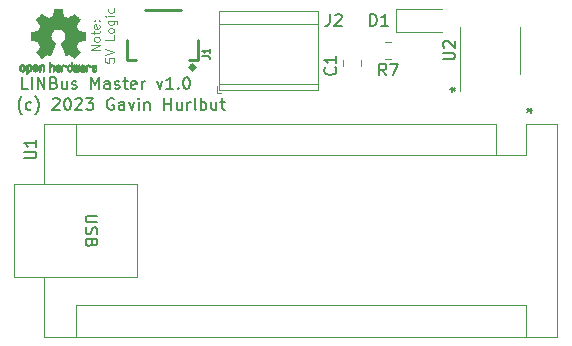
<source format=gbr>
%TF.GenerationSoftware,KiCad,Pcbnew,(6.0.10)*%
%TF.CreationDate,2023-02-04T03:27:03-05:00*%
%TF.ProjectId,lin-master,6c696e2d-6d61-4737-9465-722e6b696361,1.0*%
%TF.SameCoordinates,Original*%
%TF.FileFunction,Legend,Top*%
%TF.FilePolarity,Positive*%
%FSLAX46Y46*%
G04 Gerber Fmt 4.6, Leading zero omitted, Abs format (unit mm)*
G04 Created by KiCad (PCBNEW (6.0.10)) date 2023-02-04 03:27:03*
%MOMM*%
%LPD*%
G01*
G04 APERTURE LIST*
%ADD10C,0.100000*%
%ADD11C,0.150000*%
%ADD12C,0.127000*%
%ADD13C,0.010000*%
%ADD14C,0.120000*%
%ADD15C,0.254000*%
%ADD16C,0.398780*%
G04 APERTURE END LIST*
D10*
X108955535Y-78483857D02*
X108205535Y-78483857D01*
X108955535Y-78055285D01*
X108205535Y-78055285D01*
X108955535Y-77591000D02*
X108919821Y-77662428D01*
X108884107Y-77698142D01*
X108812678Y-77733857D01*
X108598392Y-77733857D01*
X108526964Y-77698142D01*
X108491250Y-77662428D01*
X108455535Y-77591000D01*
X108455535Y-77483857D01*
X108491250Y-77412428D01*
X108526964Y-77376714D01*
X108598392Y-77341000D01*
X108812678Y-77341000D01*
X108884107Y-77376714D01*
X108919821Y-77412428D01*
X108955535Y-77483857D01*
X108955535Y-77591000D01*
X108455535Y-77126714D02*
X108455535Y-76841000D01*
X108205535Y-77019571D02*
X108848392Y-77019571D01*
X108919821Y-76983857D01*
X108955535Y-76912428D01*
X108955535Y-76841000D01*
X108919821Y-76305285D02*
X108955535Y-76376714D01*
X108955535Y-76519571D01*
X108919821Y-76591000D01*
X108848392Y-76626714D01*
X108562678Y-76626714D01*
X108491250Y-76591000D01*
X108455535Y-76519571D01*
X108455535Y-76376714D01*
X108491250Y-76305285D01*
X108562678Y-76269571D01*
X108634107Y-76269571D01*
X108705535Y-76626714D01*
X108884107Y-75948142D02*
X108919821Y-75912428D01*
X108955535Y-75948142D01*
X108919821Y-75983857D01*
X108884107Y-75948142D01*
X108955535Y-75948142D01*
X108491250Y-75948142D02*
X108526964Y-75912428D01*
X108562678Y-75948142D01*
X108526964Y-75983857D01*
X108491250Y-75948142D01*
X108562678Y-75948142D01*
X109413035Y-79126714D02*
X109413035Y-79483857D01*
X109770178Y-79519571D01*
X109734464Y-79483857D01*
X109698750Y-79412428D01*
X109698750Y-79233857D01*
X109734464Y-79162428D01*
X109770178Y-79126714D01*
X109841607Y-79091000D01*
X110020178Y-79091000D01*
X110091607Y-79126714D01*
X110127321Y-79162428D01*
X110163035Y-79233857D01*
X110163035Y-79412428D01*
X110127321Y-79483857D01*
X110091607Y-79519571D01*
X109413035Y-78876714D02*
X110163035Y-78626714D01*
X109413035Y-78376714D01*
X110163035Y-77198142D02*
X110163035Y-77555285D01*
X109413035Y-77555285D01*
X110163035Y-76841000D02*
X110127321Y-76912428D01*
X110091607Y-76948142D01*
X110020178Y-76983857D01*
X109805892Y-76983857D01*
X109734464Y-76948142D01*
X109698750Y-76912428D01*
X109663035Y-76841000D01*
X109663035Y-76733857D01*
X109698750Y-76662428D01*
X109734464Y-76626714D01*
X109805892Y-76591000D01*
X110020178Y-76591000D01*
X110091607Y-76626714D01*
X110127321Y-76662428D01*
X110163035Y-76733857D01*
X110163035Y-76841000D01*
X109663035Y-75948142D02*
X110270178Y-75948142D01*
X110341607Y-75983857D01*
X110377321Y-76019571D01*
X110413035Y-76091000D01*
X110413035Y-76198142D01*
X110377321Y-76269571D01*
X110127321Y-75948142D02*
X110163035Y-76019571D01*
X110163035Y-76162428D01*
X110127321Y-76233857D01*
X110091607Y-76269571D01*
X110020178Y-76305285D01*
X109805892Y-76305285D01*
X109734464Y-76269571D01*
X109698750Y-76233857D01*
X109663035Y-76162428D01*
X109663035Y-76019571D01*
X109698750Y-75948142D01*
X110163035Y-75591000D02*
X109663035Y-75591000D01*
X109413035Y-75591000D02*
X109448750Y-75626714D01*
X109484464Y-75591000D01*
X109448750Y-75555285D01*
X109413035Y-75591000D01*
X109484464Y-75591000D01*
X110127321Y-74912428D02*
X110163035Y-74983857D01*
X110163035Y-75126714D01*
X110127321Y-75198142D01*
X110091607Y-75233857D01*
X110020178Y-75269571D01*
X109805892Y-75269571D01*
X109734464Y-75233857D01*
X109698750Y-75198142D01*
X109663035Y-75126714D01*
X109663035Y-74983857D01*
X109698750Y-74912428D01*
D11*
X102363047Y-83891333D02*
X102315428Y-83843714D01*
X102220190Y-83700857D01*
X102172571Y-83605619D01*
X102124952Y-83462761D01*
X102077333Y-83224666D01*
X102077333Y-83034190D01*
X102124952Y-82796095D01*
X102172571Y-82653238D01*
X102220190Y-82558000D01*
X102315428Y-82415142D01*
X102363047Y-82367523D01*
X103172571Y-83462761D02*
X103077333Y-83510380D01*
X102886857Y-83510380D01*
X102791619Y-83462761D01*
X102744000Y-83415142D01*
X102696380Y-83319904D01*
X102696380Y-83034190D01*
X102744000Y-82938952D01*
X102791619Y-82891333D01*
X102886857Y-82843714D01*
X103077333Y-82843714D01*
X103172571Y-82891333D01*
X103505904Y-83891333D02*
X103553523Y-83843714D01*
X103648761Y-83700857D01*
X103696380Y-83605619D01*
X103744000Y-83462761D01*
X103791619Y-83224666D01*
X103791619Y-83034190D01*
X103744000Y-82796095D01*
X103696380Y-82653238D01*
X103648761Y-82558000D01*
X103553523Y-82415142D01*
X103505904Y-82367523D01*
X104982095Y-82605619D02*
X105029714Y-82558000D01*
X105124952Y-82510380D01*
X105363047Y-82510380D01*
X105458285Y-82558000D01*
X105505904Y-82605619D01*
X105553523Y-82700857D01*
X105553523Y-82796095D01*
X105505904Y-82938952D01*
X104934476Y-83510380D01*
X105553523Y-83510380D01*
X106172571Y-82510380D02*
X106267809Y-82510380D01*
X106363047Y-82558000D01*
X106410666Y-82605619D01*
X106458285Y-82700857D01*
X106505904Y-82891333D01*
X106505904Y-83129428D01*
X106458285Y-83319904D01*
X106410666Y-83415142D01*
X106363047Y-83462761D01*
X106267809Y-83510380D01*
X106172571Y-83510380D01*
X106077333Y-83462761D01*
X106029714Y-83415142D01*
X105982095Y-83319904D01*
X105934476Y-83129428D01*
X105934476Y-82891333D01*
X105982095Y-82700857D01*
X106029714Y-82605619D01*
X106077333Y-82558000D01*
X106172571Y-82510380D01*
X106886857Y-82605619D02*
X106934476Y-82558000D01*
X107029714Y-82510380D01*
X107267809Y-82510380D01*
X107363047Y-82558000D01*
X107410666Y-82605619D01*
X107458285Y-82700857D01*
X107458285Y-82796095D01*
X107410666Y-82938952D01*
X106839238Y-83510380D01*
X107458285Y-83510380D01*
X107791619Y-82510380D02*
X108410666Y-82510380D01*
X108077333Y-82891333D01*
X108220190Y-82891333D01*
X108315428Y-82938952D01*
X108363047Y-82986571D01*
X108410666Y-83081809D01*
X108410666Y-83319904D01*
X108363047Y-83415142D01*
X108315428Y-83462761D01*
X108220190Y-83510380D01*
X107934476Y-83510380D01*
X107839238Y-83462761D01*
X107791619Y-83415142D01*
X110124952Y-82558000D02*
X110029714Y-82510380D01*
X109886857Y-82510380D01*
X109744000Y-82558000D01*
X109648761Y-82653238D01*
X109601142Y-82748476D01*
X109553523Y-82938952D01*
X109553523Y-83081809D01*
X109601142Y-83272285D01*
X109648761Y-83367523D01*
X109744000Y-83462761D01*
X109886857Y-83510380D01*
X109982095Y-83510380D01*
X110124952Y-83462761D01*
X110172571Y-83415142D01*
X110172571Y-83081809D01*
X109982095Y-83081809D01*
X111029714Y-83510380D02*
X111029714Y-82986571D01*
X110982095Y-82891333D01*
X110886857Y-82843714D01*
X110696380Y-82843714D01*
X110601142Y-82891333D01*
X111029714Y-83462761D02*
X110934476Y-83510380D01*
X110696380Y-83510380D01*
X110601142Y-83462761D01*
X110553523Y-83367523D01*
X110553523Y-83272285D01*
X110601142Y-83177047D01*
X110696380Y-83129428D01*
X110934476Y-83129428D01*
X111029714Y-83081809D01*
X111410666Y-82843714D02*
X111648761Y-83510380D01*
X111886857Y-82843714D01*
X112267809Y-83510380D02*
X112267809Y-82843714D01*
X112267809Y-82510380D02*
X112220190Y-82558000D01*
X112267809Y-82605619D01*
X112315428Y-82558000D01*
X112267809Y-82510380D01*
X112267809Y-82605619D01*
X112744000Y-82843714D02*
X112744000Y-83510380D01*
X112744000Y-82938952D02*
X112791619Y-82891333D01*
X112886857Y-82843714D01*
X113029714Y-82843714D01*
X113124952Y-82891333D01*
X113172571Y-82986571D01*
X113172571Y-83510380D01*
X114410666Y-83510380D02*
X114410666Y-82510380D01*
X114410666Y-82986571D02*
X114982095Y-82986571D01*
X114982095Y-83510380D02*
X114982095Y-82510380D01*
X115886857Y-82843714D02*
X115886857Y-83510380D01*
X115458285Y-82843714D02*
X115458285Y-83367523D01*
X115505904Y-83462761D01*
X115601142Y-83510380D01*
X115744000Y-83510380D01*
X115839238Y-83462761D01*
X115886857Y-83415142D01*
X116363047Y-83510380D02*
X116363047Y-82843714D01*
X116363047Y-83034190D02*
X116410666Y-82938952D01*
X116458285Y-82891333D01*
X116553523Y-82843714D01*
X116648761Y-82843714D01*
X117124952Y-83510380D02*
X117029714Y-83462761D01*
X116982095Y-83367523D01*
X116982095Y-82510380D01*
X117505904Y-83510380D02*
X117505904Y-82510380D01*
X117505904Y-82891333D02*
X117601142Y-82843714D01*
X117791619Y-82843714D01*
X117886857Y-82891333D01*
X117934476Y-82938952D01*
X117982095Y-83034190D01*
X117982095Y-83319904D01*
X117934476Y-83415142D01*
X117886857Y-83462761D01*
X117791619Y-83510380D01*
X117601142Y-83510380D01*
X117505904Y-83462761D01*
X118839238Y-82843714D02*
X118839238Y-83510380D01*
X118410666Y-82843714D02*
X118410666Y-83367523D01*
X118458285Y-83462761D01*
X118553523Y-83510380D01*
X118696380Y-83510380D01*
X118791619Y-83462761D01*
X118839238Y-83415142D01*
X119172571Y-82843714D02*
X119553523Y-82843714D01*
X119315428Y-82510380D02*
X119315428Y-83367523D01*
X119363047Y-83462761D01*
X119458285Y-83510380D01*
X119553523Y-83510380D01*
X102878761Y-81732380D02*
X102402571Y-81732380D01*
X102402571Y-80732380D01*
X103212095Y-81732380D02*
X103212095Y-80732380D01*
X103688285Y-81732380D02*
X103688285Y-80732380D01*
X104259714Y-81732380D01*
X104259714Y-80732380D01*
X105069238Y-81208571D02*
X105212095Y-81256190D01*
X105259714Y-81303809D01*
X105307333Y-81399047D01*
X105307333Y-81541904D01*
X105259714Y-81637142D01*
X105212095Y-81684761D01*
X105116857Y-81732380D01*
X104735904Y-81732380D01*
X104735904Y-80732380D01*
X105069238Y-80732380D01*
X105164476Y-80780000D01*
X105212095Y-80827619D01*
X105259714Y-80922857D01*
X105259714Y-81018095D01*
X105212095Y-81113333D01*
X105164476Y-81160952D01*
X105069238Y-81208571D01*
X104735904Y-81208571D01*
X106164476Y-81065714D02*
X106164476Y-81732380D01*
X105735904Y-81065714D02*
X105735904Y-81589523D01*
X105783523Y-81684761D01*
X105878761Y-81732380D01*
X106021619Y-81732380D01*
X106116857Y-81684761D01*
X106164476Y-81637142D01*
X106593047Y-81684761D02*
X106688285Y-81732380D01*
X106878761Y-81732380D01*
X106974000Y-81684761D01*
X107021619Y-81589523D01*
X107021619Y-81541904D01*
X106974000Y-81446666D01*
X106878761Y-81399047D01*
X106735904Y-81399047D01*
X106640666Y-81351428D01*
X106593047Y-81256190D01*
X106593047Y-81208571D01*
X106640666Y-81113333D01*
X106735904Y-81065714D01*
X106878761Y-81065714D01*
X106974000Y-81113333D01*
X108212095Y-81732380D02*
X108212095Y-80732380D01*
X108545428Y-81446666D01*
X108878761Y-80732380D01*
X108878761Y-81732380D01*
X109783523Y-81732380D02*
X109783523Y-81208571D01*
X109735904Y-81113333D01*
X109640666Y-81065714D01*
X109450190Y-81065714D01*
X109354952Y-81113333D01*
X109783523Y-81684761D02*
X109688285Y-81732380D01*
X109450190Y-81732380D01*
X109354952Y-81684761D01*
X109307333Y-81589523D01*
X109307333Y-81494285D01*
X109354952Y-81399047D01*
X109450190Y-81351428D01*
X109688285Y-81351428D01*
X109783523Y-81303809D01*
X110212095Y-81684761D02*
X110307333Y-81732380D01*
X110497809Y-81732380D01*
X110593047Y-81684761D01*
X110640666Y-81589523D01*
X110640666Y-81541904D01*
X110593047Y-81446666D01*
X110497809Y-81399047D01*
X110354952Y-81399047D01*
X110259714Y-81351428D01*
X110212095Y-81256190D01*
X110212095Y-81208571D01*
X110259714Y-81113333D01*
X110354952Y-81065714D01*
X110497809Y-81065714D01*
X110593047Y-81113333D01*
X110926380Y-81065714D02*
X111307333Y-81065714D01*
X111069238Y-80732380D02*
X111069238Y-81589523D01*
X111116857Y-81684761D01*
X111212095Y-81732380D01*
X111307333Y-81732380D01*
X112021619Y-81684761D02*
X111926380Y-81732380D01*
X111735904Y-81732380D01*
X111640666Y-81684761D01*
X111593047Y-81589523D01*
X111593047Y-81208571D01*
X111640666Y-81113333D01*
X111735904Y-81065714D01*
X111926380Y-81065714D01*
X112021619Y-81113333D01*
X112069238Y-81208571D01*
X112069238Y-81303809D01*
X111593047Y-81399047D01*
X112497809Y-81732380D02*
X112497809Y-81065714D01*
X112497809Y-81256190D02*
X112545428Y-81160952D01*
X112593047Y-81113333D01*
X112688285Y-81065714D01*
X112783523Y-81065714D01*
X113783523Y-81065714D02*
X114021619Y-81732380D01*
X114259714Y-81065714D01*
X115164476Y-81732380D02*
X114593047Y-81732380D01*
X114878761Y-81732380D02*
X114878761Y-80732380D01*
X114783523Y-80875238D01*
X114688285Y-80970476D01*
X114593047Y-81018095D01*
X115593047Y-81637142D02*
X115640666Y-81684761D01*
X115593047Y-81732380D01*
X115545428Y-81684761D01*
X115593047Y-81637142D01*
X115593047Y-81732380D01*
X116259714Y-80732380D02*
X116354952Y-80732380D01*
X116450190Y-80780000D01*
X116497809Y-80827619D01*
X116545428Y-80922857D01*
X116593047Y-81113333D01*
X116593047Y-81351428D01*
X116545428Y-81541904D01*
X116497809Y-81637142D01*
X116450190Y-81684761D01*
X116354952Y-81732380D01*
X116259714Y-81732380D01*
X116164476Y-81684761D01*
X116116857Y-81637142D01*
X116069238Y-81541904D01*
X116021619Y-81351428D01*
X116021619Y-81113333D01*
X116069238Y-80922857D01*
X116116857Y-80827619D01*
X116164476Y-80780000D01*
X116259714Y-80732380D01*
%TO.C,J2*%
X128444666Y-75398380D02*
X128444666Y-76112666D01*
X128397047Y-76255523D01*
X128301809Y-76350761D01*
X128158952Y-76398380D01*
X128063714Y-76398380D01*
X128873238Y-75493619D02*
X128920857Y-75446000D01*
X129016095Y-75398380D01*
X129254190Y-75398380D01*
X129349428Y-75446000D01*
X129397047Y-75493619D01*
X129444666Y-75588857D01*
X129444666Y-75684095D01*
X129397047Y-75826952D01*
X128825619Y-76398380D01*
X129444666Y-76398380D01*
%TO.C,U2*%
X138038380Y-79247904D02*
X138847904Y-79247904D01*
X138943142Y-79200285D01*
X138990761Y-79152666D01*
X139038380Y-79057428D01*
X139038380Y-78866952D01*
X138990761Y-78771714D01*
X138943142Y-78724095D01*
X138847904Y-78676476D01*
X138038380Y-78676476D01*
X138133619Y-78247904D02*
X138086000Y-78200285D01*
X138038380Y-78105047D01*
X138038380Y-77866952D01*
X138086000Y-77771714D01*
X138133619Y-77724095D01*
X138228857Y-77676476D01*
X138324095Y-77676476D01*
X138466952Y-77724095D01*
X139038380Y-78295523D01*
X139038380Y-77676476D01*
X138644380Y-81788000D02*
X138882476Y-81788000D01*
X138787238Y-82026095D02*
X138882476Y-81788000D01*
X138787238Y-81549904D01*
X139072952Y-81930857D02*
X138882476Y-81788000D01*
X139072952Y-81645142D01*
%TO.C,U1*%
X102576380Y-87629904D02*
X103385904Y-87629904D01*
X103481142Y-87582285D01*
X103528761Y-87534666D01*
X103576380Y-87439428D01*
X103576380Y-87248952D01*
X103528761Y-87153714D01*
X103481142Y-87106095D01*
X103385904Y-87058476D01*
X102576380Y-87058476D01*
X103576380Y-86058476D02*
X103576380Y-86629904D01*
X103576380Y-86344190D02*
X102576380Y-86344190D01*
X102719238Y-86439428D01*
X102814476Y-86534666D01*
X102862095Y-86629904D01*
X108751619Y-92464095D02*
X107942095Y-92464095D01*
X107846857Y-92511714D01*
X107799238Y-92559333D01*
X107751619Y-92654571D01*
X107751619Y-92845047D01*
X107799238Y-92940285D01*
X107846857Y-92987904D01*
X107942095Y-93035523D01*
X108751619Y-93035523D01*
X107799238Y-93464095D02*
X107751619Y-93606952D01*
X107751619Y-93845047D01*
X107799238Y-93940285D01*
X107846857Y-93987904D01*
X107942095Y-94035523D01*
X108037333Y-94035523D01*
X108132571Y-93987904D01*
X108180190Y-93940285D01*
X108227809Y-93845047D01*
X108275428Y-93654571D01*
X108323047Y-93559333D01*
X108370666Y-93511714D01*
X108465904Y-93464095D01*
X108561142Y-93464095D01*
X108656380Y-93511714D01*
X108704000Y-93559333D01*
X108751619Y-93654571D01*
X108751619Y-93892666D01*
X108704000Y-94035523D01*
X108275428Y-94797428D02*
X108227809Y-94940285D01*
X108180190Y-94987904D01*
X108084952Y-95035523D01*
X107942095Y-95035523D01*
X107846857Y-94987904D01*
X107799238Y-94940285D01*
X107751619Y-94845047D01*
X107751619Y-94464095D01*
X108751619Y-94464095D01*
X108751619Y-94797428D01*
X108704000Y-94892666D01*
X108656380Y-94940285D01*
X108561142Y-94987904D01*
X108465904Y-94987904D01*
X108370666Y-94940285D01*
X108323047Y-94892666D01*
X108275428Y-94797428D01*
X108275428Y-94464095D01*
X145581619Y-83566000D02*
X145343523Y-83566000D01*
X145438761Y-83327904D02*
X145343523Y-83566000D01*
X145438761Y-83804095D01*
X145153047Y-83423142D02*
X145343523Y-83566000D01*
X145153047Y-83708857D01*
%TO.C,R7*%
X133199333Y-80588380D02*
X132866000Y-80112190D01*
X132627904Y-80588380D02*
X132627904Y-79588380D01*
X133008857Y-79588380D01*
X133104095Y-79636000D01*
X133151714Y-79683619D01*
X133199333Y-79778857D01*
X133199333Y-79921714D01*
X133151714Y-80016952D01*
X133104095Y-80064571D01*
X133008857Y-80112190D01*
X132627904Y-80112190D01*
X133532666Y-79588380D02*
X134199333Y-79588380D01*
X133770761Y-80588380D01*
D12*
%TO.C,J1*%
X117654251Y-78933040D02*
X118089680Y-78933040D01*
X118176765Y-78962068D01*
X118234822Y-79020125D01*
X118263851Y-79107211D01*
X118263851Y-79165268D01*
X118263851Y-78323440D02*
X118263851Y-78671782D01*
X118263851Y-78497611D02*
X117654251Y-78497611D01*
X117741337Y-78555668D01*
X117799394Y-78613725D01*
X117828422Y-78671782D01*
D11*
%TO.C,D1*%
X131849904Y-76398380D02*
X131849904Y-75398380D01*
X132088000Y-75398380D01*
X132230857Y-75446000D01*
X132326095Y-75541238D01*
X132373714Y-75636476D01*
X132421333Y-75826952D01*
X132421333Y-75969809D01*
X132373714Y-76160285D01*
X132326095Y-76255523D01*
X132230857Y-76350761D01*
X132088000Y-76398380D01*
X131849904Y-76398380D01*
X133373714Y-76398380D02*
X132802285Y-76398380D01*
X133088000Y-76398380D02*
X133088000Y-75398380D01*
X132992761Y-75541238D01*
X132897523Y-75636476D01*
X132802285Y-75684095D01*
%TO.C,C1*%
X128881142Y-79922666D02*
X128928761Y-79970285D01*
X128976380Y-80113142D01*
X128976380Y-80208380D01*
X128928761Y-80351238D01*
X128833523Y-80446476D01*
X128738285Y-80494095D01*
X128547809Y-80541714D01*
X128404952Y-80541714D01*
X128214476Y-80494095D01*
X128119238Y-80446476D01*
X128024000Y-80351238D01*
X127976380Y-80208380D01*
X127976380Y-80113142D01*
X128024000Y-79970285D01*
X128071619Y-79922666D01*
X128976380Y-78970285D02*
X128976380Y-79541714D01*
X128976380Y-79256000D02*
X127976380Y-79256000D01*
X128119238Y-79351238D01*
X128214476Y-79446476D01*
X128262095Y-79541714D01*
%TO.C,REF\u002A\u002A*%
G36*
X107189833Y-79682663D02*
G01*
X107192048Y-79720850D01*
X107193784Y-79778886D01*
X107194899Y-79852180D01*
X107195257Y-79929055D01*
X107195257Y-80189196D01*
X107149326Y-80235127D01*
X107117675Y-80263429D01*
X107089890Y-80274893D01*
X107051915Y-80274168D01*
X107036840Y-80272321D01*
X106989726Y-80266948D01*
X106950756Y-80263869D01*
X106941257Y-80263585D01*
X106909233Y-80265445D01*
X106863432Y-80270114D01*
X106845674Y-80272321D01*
X106802057Y-80275735D01*
X106772745Y-80268320D01*
X106743680Y-80245427D01*
X106733188Y-80235127D01*
X106687257Y-80189196D01*
X106687257Y-79702602D01*
X106724226Y-79685758D01*
X106756059Y-79673282D01*
X106774683Y-79668914D01*
X106779458Y-79682718D01*
X106783921Y-79721286D01*
X106787775Y-79780356D01*
X106790722Y-79855663D01*
X106792143Y-79919286D01*
X106796114Y-80169657D01*
X106830759Y-80174556D01*
X106862268Y-80171131D01*
X106877708Y-80160041D01*
X106882023Y-80139308D01*
X106885708Y-80095145D01*
X106888469Y-80033146D01*
X106890012Y-79958909D01*
X106890235Y-79920706D01*
X106890457Y-79700783D01*
X106936166Y-79684849D01*
X106968518Y-79674015D01*
X106986115Y-79668962D01*
X106986623Y-79668914D01*
X106988388Y-79682648D01*
X106990329Y-79720730D01*
X106992282Y-79778482D01*
X106994084Y-79851227D01*
X106995343Y-79919286D01*
X106999314Y-80169657D01*
X107086400Y-80169657D01*
X107090396Y-79941240D01*
X107094392Y-79712822D01*
X107136847Y-79690868D01*
X107168192Y-79675793D01*
X107186744Y-79668951D01*
X107187279Y-79668914D01*
X107189833Y-79682663D01*
G37*
D13*
X107189833Y-79682663D02*
X107192048Y-79720850D01*
X107193784Y-79778886D01*
X107194899Y-79852180D01*
X107195257Y-79929055D01*
X107195257Y-80189196D01*
X107149326Y-80235127D01*
X107117675Y-80263429D01*
X107089890Y-80274893D01*
X107051915Y-80274168D01*
X107036840Y-80272321D01*
X106989726Y-80266948D01*
X106950756Y-80263869D01*
X106941257Y-80263585D01*
X106909233Y-80265445D01*
X106863432Y-80270114D01*
X106845674Y-80272321D01*
X106802057Y-80275735D01*
X106772745Y-80268320D01*
X106743680Y-80245427D01*
X106733188Y-80235127D01*
X106687257Y-80189196D01*
X106687257Y-79702602D01*
X106724226Y-79685758D01*
X106756059Y-79673282D01*
X106774683Y-79668914D01*
X106779458Y-79682718D01*
X106783921Y-79721286D01*
X106787775Y-79780356D01*
X106790722Y-79855663D01*
X106792143Y-79919286D01*
X106796114Y-80169657D01*
X106830759Y-80174556D01*
X106862268Y-80171131D01*
X106877708Y-80160041D01*
X106882023Y-80139308D01*
X106885708Y-80095145D01*
X106888469Y-80033146D01*
X106890012Y-79958909D01*
X106890235Y-79920706D01*
X106890457Y-79700783D01*
X106936166Y-79684849D01*
X106968518Y-79674015D01*
X106986115Y-79668962D01*
X106986623Y-79668914D01*
X106988388Y-79682648D01*
X106990329Y-79720730D01*
X106992282Y-79778482D01*
X106994084Y-79851227D01*
X106995343Y-79919286D01*
X106999314Y-80169657D01*
X107086400Y-80169657D01*
X107090396Y-79941240D01*
X107094392Y-79712822D01*
X107136847Y-79690868D01*
X107168192Y-79675793D01*
X107186744Y-79668951D01*
X107187279Y-79668914D01*
X107189833Y-79682663D01*
G36*
X102147096Y-79832159D02*
G01*
X102152068Y-79795949D01*
X102160713Y-79769299D01*
X102174005Y-79745722D01*
X102176943Y-79741338D01*
X102226313Y-79682249D01*
X102280109Y-79647947D01*
X102345602Y-79634331D01*
X102367842Y-79633665D01*
X102451115Y-79645962D01*
X102519145Y-79681733D01*
X102569351Y-79739301D01*
X102587185Y-79776312D01*
X102601063Y-79831882D01*
X102608167Y-79902096D01*
X102608840Y-79978727D01*
X102603427Y-80053552D01*
X102592270Y-80118342D01*
X102575714Y-80164873D01*
X102570626Y-80172887D01*
X102510355Y-80232707D01*
X102438769Y-80268535D01*
X102361092Y-80279020D01*
X102282548Y-80262810D01*
X102260689Y-80253092D01*
X102218122Y-80223143D01*
X102180763Y-80183433D01*
X102177232Y-80178397D01*
X102162881Y-80154124D01*
X102153394Y-80128178D01*
X102147790Y-80094022D01*
X102145086Y-80045119D01*
X102144299Y-79974935D01*
X102144286Y-79959200D01*
X102144322Y-79954192D01*
X102289429Y-79954192D01*
X102290273Y-80020430D01*
X102293596Y-80064386D01*
X102300583Y-80092779D01*
X102312416Y-80112325D01*
X102318457Y-80118857D01*
X102353186Y-80143680D01*
X102386903Y-80142548D01*
X102420995Y-80121016D01*
X102441329Y-80098029D01*
X102453371Y-80064478D01*
X102460134Y-80011569D01*
X102460598Y-80005399D01*
X102461752Y-79909513D01*
X102449688Y-79838299D01*
X102424570Y-79792194D01*
X102386560Y-79771635D01*
X102372992Y-79770514D01*
X102337364Y-79776152D01*
X102312994Y-79795686D01*
X102298093Y-79833042D01*
X102290875Y-79892150D01*
X102289429Y-79954192D01*
X102144322Y-79954192D01*
X102144826Y-79884413D01*
X102147096Y-79832159D01*
G37*
X102147096Y-79832159D02*
X102152068Y-79795949D01*
X102160713Y-79769299D01*
X102174005Y-79745722D01*
X102176943Y-79741338D01*
X102226313Y-79682249D01*
X102280109Y-79647947D01*
X102345602Y-79634331D01*
X102367842Y-79633665D01*
X102451115Y-79645962D01*
X102519145Y-79681733D01*
X102569351Y-79739301D01*
X102587185Y-79776312D01*
X102601063Y-79831882D01*
X102608167Y-79902096D01*
X102608840Y-79978727D01*
X102603427Y-80053552D01*
X102592270Y-80118342D01*
X102575714Y-80164873D01*
X102570626Y-80172887D01*
X102510355Y-80232707D01*
X102438769Y-80268535D01*
X102361092Y-80279020D01*
X102282548Y-80262810D01*
X102260689Y-80253092D01*
X102218122Y-80223143D01*
X102180763Y-80183433D01*
X102177232Y-80178397D01*
X102162881Y-80154124D01*
X102153394Y-80128178D01*
X102147790Y-80094022D01*
X102145086Y-80045119D01*
X102144299Y-79974935D01*
X102144286Y-79959200D01*
X102144322Y-79954192D01*
X102289429Y-79954192D01*
X102290273Y-80020430D01*
X102293596Y-80064386D01*
X102300583Y-80092779D01*
X102312416Y-80112325D01*
X102318457Y-80118857D01*
X102353186Y-80143680D01*
X102386903Y-80142548D01*
X102420995Y-80121016D01*
X102441329Y-80098029D01*
X102453371Y-80064478D01*
X102460134Y-80011569D01*
X102460598Y-80005399D01*
X102461752Y-79909513D01*
X102449688Y-79838299D01*
X102424570Y-79792194D01*
X102386560Y-79771635D01*
X102372992Y-79770514D01*
X102337364Y-79776152D01*
X102312994Y-79795686D01*
X102298093Y-79833042D01*
X102290875Y-79892150D01*
X102289429Y-79954192D01*
X102144322Y-79954192D01*
X102144826Y-79884413D01*
X102147096Y-79832159D01*
G36*
X108278196Y-79819384D02*
G01*
X108291884Y-79770695D01*
X108314096Y-79734849D01*
X108346574Y-79706513D01*
X108360733Y-79697355D01*
X108425053Y-79673507D01*
X108495473Y-79672006D01*
X108563595Y-79690966D01*
X108621021Y-79728497D01*
X108648719Y-79762096D01*
X108670662Y-79823064D01*
X108672405Y-79871308D01*
X108668457Y-79935816D01*
X108519686Y-80000934D01*
X108447349Y-80034202D01*
X108400084Y-80060964D01*
X108375507Y-80084144D01*
X108371237Y-80106667D01*
X108384889Y-80131455D01*
X108399943Y-80147886D01*
X108443746Y-80174235D01*
X108491389Y-80176081D01*
X108535145Y-80155546D01*
X108567289Y-80114752D01*
X108573038Y-80100347D01*
X108600576Y-80055356D01*
X108632258Y-80036182D01*
X108675714Y-80019779D01*
X108675714Y-80081966D01*
X108671872Y-80124283D01*
X108656823Y-80159969D01*
X108625280Y-80200943D01*
X108620592Y-80206267D01*
X108585506Y-80242720D01*
X108555347Y-80262283D01*
X108517615Y-80271283D01*
X108486335Y-80274230D01*
X108430385Y-80274965D01*
X108390555Y-80265660D01*
X108365708Y-80251846D01*
X108326656Y-80221467D01*
X108299625Y-80188613D01*
X108282517Y-80147294D01*
X108273238Y-80091521D01*
X108269693Y-80015305D01*
X108269410Y-79976622D01*
X108270372Y-79930247D01*
X108358007Y-79930247D01*
X108359023Y-79955126D01*
X108361556Y-79959200D01*
X108378274Y-79953665D01*
X108414249Y-79939017D01*
X108462331Y-79918190D01*
X108472386Y-79913714D01*
X108533152Y-79882814D01*
X108566632Y-79855657D01*
X108573990Y-79830220D01*
X108556391Y-79804481D01*
X108541856Y-79793109D01*
X108489410Y-79770364D01*
X108440322Y-79774122D01*
X108399227Y-79801884D01*
X108370758Y-79851152D01*
X108361631Y-79890257D01*
X108358007Y-79930247D01*
X108270372Y-79930247D01*
X108271285Y-79886249D01*
X108278196Y-79819384D01*
G37*
X108278196Y-79819384D02*
X108291884Y-79770695D01*
X108314096Y-79734849D01*
X108346574Y-79706513D01*
X108360733Y-79697355D01*
X108425053Y-79673507D01*
X108495473Y-79672006D01*
X108563595Y-79690966D01*
X108621021Y-79728497D01*
X108648719Y-79762096D01*
X108670662Y-79823064D01*
X108672405Y-79871308D01*
X108668457Y-79935816D01*
X108519686Y-80000934D01*
X108447349Y-80034202D01*
X108400084Y-80060964D01*
X108375507Y-80084144D01*
X108371237Y-80106667D01*
X108384889Y-80131455D01*
X108399943Y-80147886D01*
X108443746Y-80174235D01*
X108491389Y-80176081D01*
X108535145Y-80155546D01*
X108567289Y-80114752D01*
X108573038Y-80100347D01*
X108600576Y-80055356D01*
X108632258Y-80036182D01*
X108675714Y-80019779D01*
X108675714Y-80081966D01*
X108671872Y-80124283D01*
X108656823Y-80159969D01*
X108625280Y-80200943D01*
X108620592Y-80206267D01*
X108585506Y-80242720D01*
X108555347Y-80262283D01*
X108517615Y-80271283D01*
X108486335Y-80274230D01*
X108430385Y-80274965D01*
X108390555Y-80265660D01*
X108365708Y-80251846D01*
X108326656Y-80221467D01*
X108299625Y-80188613D01*
X108282517Y-80147294D01*
X108273238Y-80091521D01*
X108269693Y-80015305D01*
X108269410Y-79976622D01*
X108270372Y-79930247D01*
X108358007Y-79930247D01*
X108359023Y-79955126D01*
X108361556Y-79959200D01*
X108378274Y-79953665D01*
X108414249Y-79939017D01*
X108462331Y-79918190D01*
X108472386Y-79913714D01*
X108533152Y-79882814D01*
X108566632Y-79855657D01*
X108573990Y-79830220D01*
X108556391Y-79804481D01*
X108541856Y-79793109D01*
X108489410Y-79770364D01*
X108440322Y-79774122D01*
X108399227Y-79801884D01*
X108370758Y-79851152D01*
X108361631Y-79890257D01*
X108358007Y-79930247D01*
X108270372Y-79930247D01*
X108271285Y-79886249D01*
X108278196Y-79819384D01*
G36*
X104126093Y-79651780D02*
G01*
X104172672Y-79678723D01*
X104205057Y-79705466D01*
X104228742Y-79733484D01*
X104245059Y-79767748D01*
X104255339Y-79813227D01*
X104260914Y-79874892D01*
X104263116Y-79957711D01*
X104263371Y-80017246D01*
X104263371Y-80236391D01*
X104201686Y-80264044D01*
X104140000Y-80291697D01*
X104132743Y-80051670D01*
X104129744Y-79962028D01*
X104126598Y-79896962D01*
X104122701Y-79852026D01*
X104117447Y-79822770D01*
X104110231Y-79804748D01*
X104100450Y-79793511D01*
X104097312Y-79791079D01*
X104049761Y-79772083D01*
X104001697Y-79779600D01*
X103973086Y-79799543D01*
X103961447Y-79813675D01*
X103953391Y-79832220D01*
X103948271Y-79860334D01*
X103945441Y-79903173D01*
X103944256Y-79965895D01*
X103944057Y-80031261D01*
X103944018Y-80113268D01*
X103942614Y-80171316D01*
X103937914Y-80210465D01*
X103927987Y-80235780D01*
X103910903Y-80252323D01*
X103884732Y-80265156D01*
X103849775Y-80278491D01*
X103811596Y-80293007D01*
X103816141Y-80035389D01*
X103817971Y-79942519D01*
X103820112Y-79873889D01*
X103823181Y-79824711D01*
X103827794Y-79790198D01*
X103834568Y-79765562D01*
X103844119Y-79746016D01*
X103855634Y-79728770D01*
X103911190Y-79673680D01*
X103978980Y-79641822D01*
X104052713Y-79634191D01*
X104126093Y-79651780D01*
G37*
X104126093Y-79651780D02*
X104172672Y-79678723D01*
X104205057Y-79705466D01*
X104228742Y-79733484D01*
X104245059Y-79767748D01*
X104255339Y-79813227D01*
X104260914Y-79874892D01*
X104263116Y-79957711D01*
X104263371Y-80017246D01*
X104263371Y-80236391D01*
X104201686Y-80264044D01*
X104140000Y-80291697D01*
X104132743Y-80051670D01*
X104129744Y-79962028D01*
X104126598Y-79896962D01*
X104122701Y-79852026D01*
X104117447Y-79822770D01*
X104110231Y-79804748D01*
X104100450Y-79793511D01*
X104097312Y-79791079D01*
X104049761Y-79772083D01*
X104001697Y-79779600D01*
X103973086Y-79799543D01*
X103961447Y-79813675D01*
X103953391Y-79832220D01*
X103948271Y-79860334D01*
X103945441Y-79903173D01*
X103944256Y-79965895D01*
X103944057Y-80031261D01*
X103944018Y-80113268D01*
X103942614Y-80171316D01*
X103937914Y-80210465D01*
X103927987Y-80235780D01*
X103910903Y-80252323D01*
X103884732Y-80265156D01*
X103849775Y-80278491D01*
X103811596Y-80293007D01*
X103816141Y-80035389D01*
X103817971Y-79942519D01*
X103820112Y-79873889D01*
X103823181Y-79824711D01*
X103827794Y-79790198D01*
X103834568Y-79765562D01*
X103844119Y-79746016D01*
X103855634Y-79728770D01*
X103911190Y-79673680D01*
X103978980Y-79641822D01*
X104052713Y-79634191D01*
X104126093Y-79651780D01*
G36*
X108062600Y-79682752D02*
G01*
X108079948Y-79690334D01*
X108121356Y-79723128D01*
X108156765Y-79770547D01*
X108178664Y-79821151D01*
X108182229Y-79846098D01*
X108170279Y-79880927D01*
X108144067Y-79899357D01*
X108115964Y-79910516D01*
X108103095Y-79912572D01*
X108096829Y-79897649D01*
X108084456Y-79865175D01*
X108079028Y-79850502D01*
X108048590Y-79799744D01*
X108004520Y-79774427D01*
X107948010Y-79775206D01*
X107943825Y-79776203D01*
X107913655Y-79790507D01*
X107891476Y-79818393D01*
X107876327Y-79863287D01*
X107867250Y-79928615D01*
X107863286Y-80017804D01*
X107862914Y-80065261D01*
X107862730Y-80140071D01*
X107861522Y-80191069D01*
X107858309Y-80223471D01*
X107852109Y-80242495D01*
X107841940Y-80253356D01*
X107826819Y-80261272D01*
X107825946Y-80261670D01*
X107796828Y-80273981D01*
X107782403Y-80278514D01*
X107780186Y-80264809D01*
X107778289Y-80226925D01*
X107776847Y-80169715D01*
X107775998Y-80098027D01*
X107775829Y-80045565D01*
X107776692Y-79944047D01*
X107780070Y-79867032D01*
X107787142Y-79810023D01*
X107799088Y-79768526D01*
X107817090Y-79738043D01*
X107842327Y-79714080D01*
X107867247Y-79697355D01*
X107927171Y-79675097D01*
X107996911Y-79670076D01*
X108062600Y-79682752D01*
G37*
X108062600Y-79682752D02*
X108079948Y-79690334D01*
X108121356Y-79723128D01*
X108156765Y-79770547D01*
X108178664Y-79821151D01*
X108182229Y-79846098D01*
X108170279Y-79880927D01*
X108144067Y-79899357D01*
X108115964Y-79910516D01*
X108103095Y-79912572D01*
X108096829Y-79897649D01*
X108084456Y-79865175D01*
X108079028Y-79850502D01*
X108048590Y-79799744D01*
X108004520Y-79774427D01*
X107948010Y-79775206D01*
X107943825Y-79776203D01*
X107913655Y-79790507D01*
X107891476Y-79818393D01*
X107876327Y-79863287D01*
X107867250Y-79928615D01*
X107863286Y-80017804D01*
X107862914Y-80065261D01*
X107862730Y-80140071D01*
X107861522Y-80191069D01*
X107858309Y-80223471D01*
X107852109Y-80242495D01*
X107841940Y-80253356D01*
X107826819Y-80261272D01*
X107825946Y-80261670D01*
X107796828Y-80273981D01*
X107782403Y-80278514D01*
X107780186Y-80264809D01*
X107778289Y-80226925D01*
X107776847Y-80169715D01*
X107775998Y-80098027D01*
X107775829Y-80045565D01*
X107776692Y-79944047D01*
X107780070Y-79867032D01*
X107787142Y-79810023D01*
X107799088Y-79768526D01*
X107817090Y-79738043D01*
X107842327Y-79714080D01*
X107867247Y-79697355D01*
X107927171Y-79675097D01*
X107996911Y-79670076D01*
X108062600Y-79682752D01*
G36*
X106194726Y-79814086D02*
G01*
X106217135Y-79762600D01*
X106252124Y-79722443D01*
X106279375Y-79701861D01*
X106328907Y-79679625D01*
X106386316Y-79669304D01*
X106439682Y-79672067D01*
X106469543Y-79683212D01*
X106481261Y-79686383D01*
X106489037Y-79674557D01*
X106494465Y-79642866D01*
X106498571Y-79594593D01*
X106503067Y-79540829D01*
X106509313Y-79508482D01*
X106520676Y-79489985D01*
X106540528Y-79477770D01*
X106553000Y-79472362D01*
X106600171Y-79452601D01*
X106600117Y-79789358D01*
X106599933Y-79897837D01*
X106599219Y-79981287D01*
X106597675Y-80043704D01*
X106595001Y-80089085D01*
X106590894Y-80121429D01*
X106585055Y-80144733D01*
X106577182Y-80162995D01*
X106571221Y-80173418D01*
X106521855Y-80229945D01*
X106459264Y-80265377D01*
X106390013Y-80278090D01*
X106320668Y-80266463D01*
X106279375Y-80245568D01*
X106236025Y-80209422D01*
X106206481Y-80165276D01*
X106188655Y-80107462D01*
X106180463Y-80030313D01*
X106179302Y-79973714D01*
X106179458Y-79969647D01*
X106280857Y-79969647D01*
X106281476Y-80034550D01*
X106284314Y-80077514D01*
X106290840Y-80105622D01*
X106302523Y-80125953D01*
X106316483Y-80141288D01*
X106363365Y-80170890D01*
X106413701Y-80173419D01*
X106461276Y-80148705D01*
X106464979Y-80145356D01*
X106480783Y-80127935D01*
X106490693Y-80107209D01*
X106496058Y-80076362D01*
X106498228Y-80028577D01*
X106498571Y-79975748D01*
X106497827Y-79909381D01*
X106494748Y-79865106D01*
X106488061Y-79836009D01*
X106476496Y-79815173D01*
X106467013Y-79804107D01*
X106422960Y-79776198D01*
X106372224Y-79772843D01*
X106323796Y-79794159D01*
X106314450Y-79802073D01*
X106298540Y-79819647D01*
X106288610Y-79840587D01*
X106283278Y-79871782D01*
X106281163Y-79920122D01*
X106280857Y-79969647D01*
X106179458Y-79969647D01*
X106182810Y-79882568D01*
X106194726Y-79814086D01*
G37*
X106194726Y-79814086D02*
X106217135Y-79762600D01*
X106252124Y-79722443D01*
X106279375Y-79701861D01*
X106328907Y-79679625D01*
X106386316Y-79669304D01*
X106439682Y-79672067D01*
X106469543Y-79683212D01*
X106481261Y-79686383D01*
X106489037Y-79674557D01*
X106494465Y-79642866D01*
X106498571Y-79594593D01*
X106503067Y-79540829D01*
X106509313Y-79508482D01*
X106520676Y-79489985D01*
X106540528Y-79477770D01*
X106553000Y-79472362D01*
X106600171Y-79452601D01*
X106600117Y-79789358D01*
X106599933Y-79897837D01*
X106599219Y-79981287D01*
X106597675Y-80043704D01*
X106595001Y-80089085D01*
X106590894Y-80121429D01*
X106585055Y-80144733D01*
X106577182Y-80162995D01*
X106571221Y-80173418D01*
X106521855Y-80229945D01*
X106459264Y-80265377D01*
X106390013Y-80278090D01*
X106320668Y-80266463D01*
X106279375Y-80245568D01*
X106236025Y-80209422D01*
X106206481Y-80165276D01*
X106188655Y-80107462D01*
X106180463Y-80030313D01*
X106179302Y-79973714D01*
X106179458Y-79969647D01*
X106280857Y-79969647D01*
X106281476Y-80034550D01*
X106284314Y-80077514D01*
X106290840Y-80105622D01*
X106302523Y-80125953D01*
X106316483Y-80141288D01*
X106363365Y-80170890D01*
X106413701Y-80173419D01*
X106461276Y-80148705D01*
X106464979Y-80145356D01*
X106480783Y-80127935D01*
X106490693Y-80107209D01*
X106496058Y-80076362D01*
X106498228Y-80028577D01*
X106498571Y-79975748D01*
X106497827Y-79909381D01*
X106494748Y-79865106D01*
X106488061Y-79836009D01*
X106476496Y-79815173D01*
X106467013Y-79804107D01*
X106422960Y-79776198D01*
X106372224Y-79772843D01*
X106323796Y-79794159D01*
X106314450Y-79802073D01*
X106298540Y-79819647D01*
X106288610Y-79840587D01*
X106283278Y-79871782D01*
X106281163Y-79920122D01*
X106280857Y-79969647D01*
X106179458Y-79969647D01*
X106182810Y-79882568D01*
X106194726Y-79814086D01*
G36*
X104785886Y-79575289D02*
G01*
X104790139Y-79634613D01*
X104795025Y-79669572D01*
X104801795Y-79684820D01*
X104811702Y-79685015D01*
X104814914Y-79683195D01*
X104857644Y-79670015D01*
X104913227Y-79670785D01*
X104969737Y-79684333D01*
X105005082Y-79701861D01*
X105041321Y-79729861D01*
X105067813Y-79761549D01*
X105085999Y-79801813D01*
X105097322Y-79855543D01*
X105103222Y-79927626D01*
X105105143Y-80022951D01*
X105105177Y-80041237D01*
X105105200Y-80246646D01*
X105059491Y-80262580D01*
X105027027Y-80273420D01*
X105009215Y-80278468D01*
X105008691Y-80278514D01*
X105006937Y-80264828D01*
X105005444Y-80227076D01*
X105004326Y-80170224D01*
X105003697Y-80099234D01*
X105003600Y-80056073D01*
X105003398Y-79970973D01*
X105002358Y-79909981D01*
X104999831Y-79868177D01*
X104995164Y-79840642D01*
X104987707Y-79822456D01*
X104976811Y-79808698D01*
X104970007Y-79802073D01*
X104923272Y-79775375D01*
X104872272Y-79773375D01*
X104826001Y-79795955D01*
X104817444Y-79804107D01*
X104804893Y-79819436D01*
X104796188Y-79837618D01*
X104790631Y-79863909D01*
X104787526Y-79903562D01*
X104786176Y-79961832D01*
X104785886Y-80042173D01*
X104785886Y-80246646D01*
X104740177Y-80262580D01*
X104707713Y-80273420D01*
X104689901Y-80278468D01*
X104689377Y-80278514D01*
X104688037Y-80264623D01*
X104686828Y-80225439D01*
X104685801Y-80164700D01*
X104685002Y-80086141D01*
X104684481Y-79993498D01*
X104684286Y-79890509D01*
X104684286Y-79493342D01*
X104731457Y-79473444D01*
X104778629Y-79453547D01*
X104785886Y-79575289D01*
G37*
X104785886Y-79575289D02*
X104790139Y-79634613D01*
X104795025Y-79669572D01*
X104801795Y-79684820D01*
X104811702Y-79685015D01*
X104814914Y-79683195D01*
X104857644Y-79670015D01*
X104913227Y-79670785D01*
X104969737Y-79684333D01*
X105005082Y-79701861D01*
X105041321Y-79729861D01*
X105067813Y-79761549D01*
X105085999Y-79801813D01*
X105097322Y-79855543D01*
X105103222Y-79927626D01*
X105105143Y-80022951D01*
X105105177Y-80041237D01*
X105105200Y-80246646D01*
X105059491Y-80262580D01*
X105027027Y-80273420D01*
X105009215Y-80278468D01*
X105008691Y-80278514D01*
X105006937Y-80264828D01*
X105005444Y-80227076D01*
X105004326Y-80170224D01*
X105003697Y-80099234D01*
X105003600Y-80056073D01*
X105003398Y-79970973D01*
X105002358Y-79909981D01*
X104999831Y-79868177D01*
X104995164Y-79840642D01*
X104987707Y-79822456D01*
X104976811Y-79808698D01*
X104970007Y-79802073D01*
X104923272Y-79775375D01*
X104872272Y-79773375D01*
X104826001Y-79795955D01*
X104817444Y-79804107D01*
X104804893Y-79819436D01*
X104796188Y-79837618D01*
X104790631Y-79863909D01*
X104787526Y-79903562D01*
X104786176Y-79961832D01*
X104785886Y-80042173D01*
X104785886Y-80246646D01*
X104740177Y-80262580D01*
X104707713Y-80273420D01*
X104689901Y-80278468D01*
X104689377Y-80278514D01*
X104688037Y-80264623D01*
X104686828Y-80225439D01*
X104685801Y-80164700D01*
X104685002Y-80086141D01*
X104684481Y-79993498D01*
X104684286Y-79890509D01*
X104684286Y-79493342D01*
X104731457Y-79473444D01*
X104778629Y-79453547D01*
X104785886Y-79575289D01*
G36*
X105449744Y-79674968D02*
G01*
X105506616Y-79696087D01*
X105507267Y-79696493D01*
X105542440Y-79722380D01*
X105568407Y-79752633D01*
X105586670Y-79792058D01*
X105598732Y-79845462D01*
X105606096Y-79917651D01*
X105610264Y-80013432D01*
X105610629Y-80027078D01*
X105615876Y-80232842D01*
X105571716Y-80255678D01*
X105539763Y-80271110D01*
X105520470Y-80278423D01*
X105519578Y-80278514D01*
X105516239Y-80265022D01*
X105513587Y-80228626D01*
X105511956Y-80175452D01*
X105511600Y-80132393D01*
X105511592Y-80062641D01*
X105508403Y-80018837D01*
X105497288Y-79997944D01*
X105473501Y-79996925D01*
X105432296Y-80012741D01*
X105370086Y-80041815D01*
X105324341Y-80065963D01*
X105300813Y-80086913D01*
X105293896Y-80109747D01*
X105293886Y-80110877D01*
X105305299Y-80150212D01*
X105339092Y-80171462D01*
X105390809Y-80174539D01*
X105428061Y-80174006D01*
X105447703Y-80184735D01*
X105459952Y-80210505D01*
X105467002Y-80243337D01*
X105456842Y-80261966D01*
X105453017Y-80264632D01*
X105417001Y-80275340D01*
X105366566Y-80276856D01*
X105314626Y-80269759D01*
X105277822Y-80256788D01*
X105226938Y-80213585D01*
X105198014Y-80153446D01*
X105192286Y-80106462D01*
X105196657Y-80064082D01*
X105212475Y-80029488D01*
X105243797Y-79998763D01*
X105294678Y-79967990D01*
X105369176Y-79933252D01*
X105373714Y-79931288D01*
X105440821Y-79900287D01*
X105482232Y-79874862D01*
X105499981Y-79852014D01*
X105496107Y-79828745D01*
X105472643Y-79802056D01*
X105465627Y-79795914D01*
X105418630Y-79772100D01*
X105369933Y-79773103D01*
X105327522Y-79796451D01*
X105299384Y-79839675D01*
X105296769Y-79848160D01*
X105271308Y-79889308D01*
X105239001Y-79909128D01*
X105192286Y-79928770D01*
X105192286Y-79877950D01*
X105206496Y-79804082D01*
X105248675Y-79736327D01*
X105270624Y-79713661D01*
X105320517Y-79684569D01*
X105383967Y-79671400D01*
X105449744Y-79674968D01*
G37*
X105449744Y-79674968D02*
X105506616Y-79696087D01*
X105507267Y-79696493D01*
X105542440Y-79722380D01*
X105568407Y-79752633D01*
X105586670Y-79792058D01*
X105598732Y-79845462D01*
X105606096Y-79917651D01*
X105610264Y-80013432D01*
X105610629Y-80027078D01*
X105615876Y-80232842D01*
X105571716Y-80255678D01*
X105539763Y-80271110D01*
X105520470Y-80278423D01*
X105519578Y-80278514D01*
X105516239Y-80265022D01*
X105513587Y-80228626D01*
X105511956Y-80175452D01*
X105511600Y-80132393D01*
X105511592Y-80062641D01*
X105508403Y-80018837D01*
X105497288Y-79997944D01*
X105473501Y-79996925D01*
X105432296Y-80012741D01*
X105370086Y-80041815D01*
X105324341Y-80065963D01*
X105300813Y-80086913D01*
X105293896Y-80109747D01*
X105293886Y-80110877D01*
X105305299Y-80150212D01*
X105339092Y-80171462D01*
X105390809Y-80174539D01*
X105428061Y-80174006D01*
X105447703Y-80184735D01*
X105459952Y-80210505D01*
X105467002Y-80243337D01*
X105456842Y-80261966D01*
X105453017Y-80264632D01*
X105417001Y-80275340D01*
X105366566Y-80276856D01*
X105314626Y-80269759D01*
X105277822Y-80256788D01*
X105226938Y-80213585D01*
X105198014Y-80153446D01*
X105192286Y-80106462D01*
X105196657Y-80064082D01*
X105212475Y-80029488D01*
X105243797Y-79998763D01*
X105294678Y-79967990D01*
X105369176Y-79933252D01*
X105373714Y-79931288D01*
X105440821Y-79900287D01*
X105482232Y-79874862D01*
X105499981Y-79852014D01*
X105496107Y-79828745D01*
X105472643Y-79802056D01*
X105465627Y-79795914D01*
X105418630Y-79772100D01*
X105369933Y-79773103D01*
X105327522Y-79796451D01*
X105299384Y-79839675D01*
X105296769Y-79848160D01*
X105271308Y-79889308D01*
X105239001Y-79909128D01*
X105192286Y-79928770D01*
X105192286Y-79877950D01*
X105206496Y-79804082D01*
X105248675Y-79736327D01*
X105270624Y-79713661D01*
X105320517Y-79684569D01*
X105383967Y-79671400D01*
X105449744Y-79674968D01*
G36*
X105513910Y-74966348D02*
G01*
X105592454Y-74966778D01*
X105649298Y-74967942D01*
X105688105Y-74970207D01*
X105712538Y-74973940D01*
X105726262Y-74979506D01*
X105732940Y-74987273D01*
X105736236Y-74997605D01*
X105736556Y-74998943D01*
X105741562Y-75023079D01*
X105750829Y-75070701D01*
X105763392Y-75136741D01*
X105778287Y-75216128D01*
X105794551Y-75303796D01*
X105795119Y-75306875D01*
X105811410Y-75392789D01*
X105826652Y-75468696D01*
X105839861Y-75530045D01*
X105850054Y-75572282D01*
X105856248Y-75590855D01*
X105856543Y-75591184D01*
X105874788Y-75600253D01*
X105912405Y-75615367D01*
X105961271Y-75633262D01*
X105961543Y-75633358D01*
X106023093Y-75656493D01*
X106095657Y-75685965D01*
X106164057Y-75715597D01*
X106167294Y-75717062D01*
X106278702Y-75767626D01*
X106525399Y-75599160D01*
X106601077Y-75547803D01*
X106669631Y-75501889D01*
X106727088Y-75464030D01*
X106769476Y-75436837D01*
X106792825Y-75422921D01*
X106795042Y-75421889D01*
X106812010Y-75426484D01*
X106843701Y-75448655D01*
X106891352Y-75489447D01*
X106956198Y-75549905D01*
X107022397Y-75614227D01*
X107086214Y-75677612D01*
X107143329Y-75735451D01*
X107190305Y-75784175D01*
X107223703Y-75820210D01*
X107240085Y-75839984D01*
X107240694Y-75841002D01*
X107242505Y-75854572D01*
X107235683Y-75876733D01*
X107218540Y-75910478D01*
X107189393Y-75958800D01*
X107146555Y-76024692D01*
X107089448Y-76109517D01*
X107038766Y-76184177D01*
X106993461Y-76251140D01*
X106956150Y-76306516D01*
X106929452Y-76346420D01*
X106915985Y-76366962D01*
X106915137Y-76368356D01*
X106916781Y-76388038D01*
X106929245Y-76426293D01*
X106950048Y-76475889D01*
X106957462Y-76491728D01*
X106989814Y-76562290D01*
X107024328Y-76642353D01*
X107052365Y-76711629D01*
X107072568Y-76763045D01*
X107088615Y-76802119D01*
X107097888Y-76822541D01*
X107099041Y-76824114D01*
X107116096Y-76826721D01*
X107156298Y-76833863D01*
X107214302Y-76844523D01*
X107284763Y-76857685D01*
X107362335Y-76872333D01*
X107441672Y-76887449D01*
X107517431Y-76902018D01*
X107584264Y-76915022D01*
X107636828Y-76925445D01*
X107669776Y-76932270D01*
X107677857Y-76934199D01*
X107686205Y-76938962D01*
X107692506Y-76949718D01*
X107697045Y-76970098D01*
X107700104Y-77003734D01*
X107701967Y-77054255D01*
X107702918Y-77125292D01*
X107703240Y-77220476D01*
X107703257Y-77259492D01*
X107703257Y-77576799D01*
X107627057Y-77591839D01*
X107584663Y-77599995D01*
X107521400Y-77611899D01*
X107444962Y-77626116D01*
X107363043Y-77641210D01*
X107340400Y-77645355D01*
X107264806Y-77660053D01*
X107198953Y-77674505D01*
X107148366Y-77687375D01*
X107118574Y-77697322D01*
X107113612Y-77700287D01*
X107101426Y-77721283D01*
X107083953Y-77761967D01*
X107064577Y-77814322D01*
X107060734Y-77825600D01*
X107035339Y-77895523D01*
X107003817Y-77974418D01*
X106972969Y-78045266D01*
X106972817Y-78045595D01*
X106921447Y-78156733D01*
X107090399Y-78405253D01*
X107259352Y-78653772D01*
X107042429Y-78871058D01*
X106976819Y-78935726D01*
X106916979Y-78992733D01*
X106866267Y-79039033D01*
X106828046Y-79071584D01*
X106805675Y-79087343D01*
X106802466Y-79088343D01*
X106783626Y-79080469D01*
X106745180Y-79058578D01*
X106691330Y-79025267D01*
X106626276Y-78983131D01*
X106555940Y-78935943D01*
X106484555Y-78887810D01*
X106420908Y-78845928D01*
X106369041Y-78812871D01*
X106332995Y-78791218D01*
X106316867Y-78783543D01*
X106297189Y-78790037D01*
X106259875Y-78807150D01*
X106212621Y-78831326D01*
X106207612Y-78834013D01*
X106143977Y-78865927D01*
X106100341Y-78881579D01*
X106073202Y-78881745D01*
X106059057Y-78867204D01*
X106058975Y-78867000D01*
X106051905Y-78849779D01*
X106035042Y-78808899D01*
X106009695Y-78747525D01*
X105977171Y-78668819D01*
X105938778Y-78575947D01*
X105895822Y-78472072D01*
X105854222Y-78371502D01*
X105808504Y-78260516D01*
X105766526Y-78157703D01*
X105729548Y-78066215D01*
X105698827Y-77989201D01*
X105675622Y-77929815D01*
X105661190Y-77891209D01*
X105656743Y-77876800D01*
X105667896Y-77860272D01*
X105697069Y-77833930D01*
X105735971Y-77804887D01*
X105846757Y-77713039D01*
X105933351Y-77607759D01*
X105994716Y-77491266D01*
X106029815Y-77365776D01*
X106037608Y-77233507D01*
X106031943Y-77172457D01*
X106001078Y-77045795D01*
X105947920Y-76933941D01*
X105875767Y-76838001D01*
X105787917Y-76759076D01*
X105687665Y-76698270D01*
X105578310Y-76656687D01*
X105463147Y-76635428D01*
X105345475Y-76635599D01*
X105228590Y-76658301D01*
X105115789Y-76704638D01*
X105010369Y-76775713D01*
X104966368Y-76815911D01*
X104881979Y-76919129D01*
X104823222Y-77031925D01*
X104789704Y-77151010D01*
X104781035Y-77273095D01*
X104796823Y-77394893D01*
X104836678Y-77513116D01*
X104900207Y-77624475D01*
X104987021Y-77725684D01*
X105084029Y-77804887D01*
X105124437Y-77835162D01*
X105152982Y-77861219D01*
X105163257Y-77876825D01*
X105157877Y-77893843D01*
X105142575Y-77934500D01*
X105118612Y-77995642D01*
X105087244Y-78074119D01*
X105049732Y-78166780D01*
X105007333Y-78270472D01*
X104965663Y-78371526D01*
X104919690Y-78482607D01*
X104877107Y-78585541D01*
X104839221Y-78677165D01*
X104807340Y-78754316D01*
X104782771Y-78813831D01*
X104766820Y-78852544D01*
X104760910Y-78867000D01*
X104746948Y-78881685D01*
X104719940Y-78881642D01*
X104676413Y-78866099D01*
X104612890Y-78834284D01*
X104612388Y-78834013D01*
X104564560Y-78809323D01*
X104525897Y-78791338D01*
X104504095Y-78783614D01*
X104503133Y-78783543D01*
X104486721Y-78791378D01*
X104450487Y-78813165D01*
X104398474Y-78846328D01*
X104334725Y-78888291D01*
X104264060Y-78935943D01*
X104192116Y-78984191D01*
X104127274Y-79026151D01*
X104073735Y-79059227D01*
X104035697Y-79080821D01*
X104017533Y-79088343D01*
X104000808Y-79078457D01*
X103967180Y-79050826D01*
X103920010Y-79008495D01*
X103862658Y-78954505D01*
X103798484Y-78891899D01*
X103777497Y-78870983D01*
X103560499Y-78653623D01*
X103725668Y-78411220D01*
X103775864Y-78336781D01*
X103819919Y-78269972D01*
X103855362Y-78214665D01*
X103879719Y-78174729D01*
X103890522Y-78154036D01*
X103890838Y-78152563D01*
X103885143Y-78133058D01*
X103869826Y-78093822D01*
X103847537Y-78041430D01*
X103831893Y-78006355D01*
X103802641Y-77939201D01*
X103775094Y-77871358D01*
X103753737Y-77814034D01*
X103747935Y-77796572D01*
X103731452Y-77749938D01*
X103715340Y-77713905D01*
X103706490Y-77700287D01*
X103686960Y-77691952D01*
X103644334Y-77680137D01*
X103584145Y-77666181D01*
X103511922Y-77651422D01*
X103479600Y-77645355D01*
X103397522Y-77630273D01*
X103318795Y-77615669D01*
X103251109Y-77602980D01*
X103202160Y-77593642D01*
X103192943Y-77591839D01*
X103116743Y-77576799D01*
X103116743Y-77259492D01*
X103116914Y-77155154D01*
X103117616Y-77076213D01*
X103119134Y-77019038D01*
X103121749Y-76979999D01*
X103125746Y-76955465D01*
X103131409Y-76941805D01*
X103139020Y-76935389D01*
X103142143Y-76934199D01*
X103160978Y-76929980D01*
X103202588Y-76921562D01*
X103261630Y-76909961D01*
X103332757Y-76896195D01*
X103410625Y-76881280D01*
X103489887Y-76866232D01*
X103565198Y-76852069D01*
X103631213Y-76839806D01*
X103682587Y-76830461D01*
X103713975Y-76825050D01*
X103720959Y-76824114D01*
X103727285Y-76811596D01*
X103741290Y-76778246D01*
X103760355Y-76730377D01*
X103767634Y-76711629D01*
X103796996Y-76639195D01*
X103831571Y-76559170D01*
X103862537Y-76491728D01*
X103885323Y-76440159D01*
X103900482Y-76397785D01*
X103905542Y-76371834D01*
X103904736Y-76368356D01*
X103894041Y-76351936D01*
X103869620Y-76315417D01*
X103834095Y-76262687D01*
X103790087Y-76197635D01*
X103740217Y-76124151D01*
X103730356Y-76109645D01*
X103672492Y-76023704D01*
X103629956Y-75958261D01*
X103601054Y-75910304D01*
X103584090Y-75876820D01*
X103577367Y-75854795D01*
X103579190Y-75841217D01*
X103579236Y-75841131D01*
X103593586Y-75823297D01*
X103625323Y-75788817D01*
X103671010Y-75741268D01*
X103727204Y-75684222D01*
X103790468Y-75621255D01*
X103797602Y-75614227D01*
X103877330Y-75537020D01*
X103938857Y-75480330D01*
X103983421Y-75443110D01*
X104012257Y-75424315D01*
X104024958Y-75421889D01*
X104043494Y-75432471D01*
X104081961Y-75456916D01*
X104136386Y-75492612D01*
X104202798Y-75536947D01*
X104277225Y-75587311D01*
X104294601Y-75599160D01*
X104541297Y-75767626D01*
X104652706Y-75717062D01*
X104720457Y-75687595D01*
X104793183Y-75657959D01*
X104855703Y-75634330D01*
X104858457Y-75633358D01*
X104907360Y-75615457D01*
X104945057Y-75600320D01*
X104963425Y-75591210D01*
X104963456Y-75591184D01*
X104969285Y-75574717D01*
X104979192Y-75534219D01*
X104992195Y-75474242D01*
X105007309Y-75399340D01*
X105023552Y-75314064D01*
X105024881Y-75306875D01*
X105041175Y-75219014D01*
X105056133Y-75139260D01*
X105068791Y-75072681D01*
X105078186Y-75024347D01*
X105083354Y-74999325D01*
X105083444Y-74998943D01*
X105086589Y-74988299D01*
X105092704Y-74980262D01*
X105105453Y-74974467D01*
X105128500Y-74970547D01*
X105165509Y-74968135D01*
X105220144Y-74966865D01*
X105296067Y-74966371D01*
X105396944Y-74966286D01*
X105410000Y-74966286D01*
X105513910Y-74966348D01*
G37*
X105513910Y-74966348D02*
X105592454Y-74966778D01*
X105649298Y-74967942D01*
X105688105Y-74970207D01*
X105712538Y-74973940D01*
X105726262Y-74979506D01*
X105732940Y-74987273D01*
X105736236Y-74997605D01*
X105736556Y-74998943D01*
X105741562Y-75023079D01*
X105750829Y-75070701D01*
X105763392Y-75136741D01*
X105778287Y-75216128D01*
X105794551Y-75303796D01*
X105795119Y-75306875D01*
X105811410Y-75392789D01*
X105826652Y-75468696D01*
X105839861Y-75530045D01*
X105850054Y-75572282D01*
X105856248Y-75590855D01*
X105856543Y-75591184D01*
X105874788Y-75600253D01*
X105912405Y-75615367D01*
X105961271Y-75633262D01*
X105961543Y-75633358D01*
X106023093Y-75656493D01*
X106095657Y-75685965D01*
X106164057Y-75715597D01*
X106167294Y-75717062D01*
X106278702Y-75767626D01*
X106525399Y-75599160D01*
X106601077Y-75547803D01*
X106669631Y-75501889D01*
X106727088Y-75464030D01*
X106769476Y-75436837D01*
X106792825Y-75422921D01*
X106795042Y-75421889D01*
X106812010Y-75426484D01*
X106843701Y-75448655D01*
X106891352Y-75489447D01*
X106956198Y-75549905D01*
X107022397Y-75614227D01*
X107086214Y-75677612D01*
X107143329Y-75735451D01*
X107190305Y-75784175D01*
X107223703Y-75820210D01*
X107240085Y-75839984D01*
X107240694Y-75841002D01*
X107242505Y-75854572D01*
X107235683Y-75876733D01*
X107218540Y-75910478D01*
X107189393Y-75958800D01*
X107146555Y-76024692D01*
X107089448Y-76109517D01*
X107038766Y-76184177D01*
X106993461Y-76251140D01*
X106956150Y-76306516D01*
X106929452Y-76346420D01*
X106915985Y-76366962D01*
X106915137Y-76368356D01*
X106916781Y-76388038D01*
X106929245Y-76426293D01*
X106950048Y-76475889D01*
X106957462Y-76491728D01*
X106989814Y-76562290D01*
X107024328Y-76642353D01*
X107052365Y-76711629D01*
X107072568Y-76763045D01*
X107088615Y-76802119D01*
X107097888Y-76822541D01*
X107099041Y-76824114D01*
X107116096Y-76826721D01*
X107156298Y-76833863D01*
X107214302Y-76844523D01*
X107284763Y-76857685D01*
X107362335Y-76872333D01*
X107441672Y-76887449D01*
X107517431Y-76902018D01*
X107584264Y-76915022D01*
X107636828Y-76925445D01*
X107669776Y-76932270D01*
X107677857Y-76934199D01*
X107686205Y-76938962D01*
X107692506Y-76949718D01*
X107697045Y-76970098D01*
X107700104Y-77003734D01*
X107701967Y-77054255D01*
X107702918Y-77125292D01*
X107703240Y-77220476D01*
X107703257Y-77259492D01*
X107703257Y-77576799D01*
X107627057Y-77591839D01*
X107584663Y-77599995D01*
X107521400Y-77611899D01*
X107444962Y-77626116D01*
X107363043Y-77641210D01*
X107340400Y-77645355D01*
X107264806Y-77660053D01*
X107198953Y-77674505D01*
X107148366Y-77687375D01*
X107118574Y-77697322D01*
X107113612Y-77700287D01*
X107101426Y-77721283D01*
X107083953Y-77761967D01*
X107064577Y-77814322D01*
X107060734Y-77825600D01*
X107035339Y-77895523D01*
X107003817Y-77974418D01*
X106972969Y-78045266D01*
X106972817Y-78045595D01*
X106921447Y-78156733D01*
X107090399Y-78405253D01*
X107259352Y-78653772D01*
X107042429Y-78871058D01*
X106976819Y-78935726D01*
X106916979Y-78992733D01*
X106866267Y-79039033D01*
X106828046Y-79071584D01*
X106805675Y-79087343D01*
X106802466Y-79088343D01*
X106783626Y-79080469D01*
X106745180Y-79058578D01*
X106691330Y-79025267D01*
X106626276Y-78983131D01*
X106555940Y-78935943D01*
X106484555Y-78887810D01*
X106420908Y-78845928D01*
X106369041Y-78812871D01*
X106332995Y-78791218D01*
X106316867Y-78783543D01*
X106297189Y-78790037D01*
X106259875Y-78807150D01*
X106212621Y-78831326D01*
X106207612Y-78834013D01*
X106143977Y-78865927D01*
X106100341Y-78881579D01*
X106073202Y-78881745D01*
X106059057Y-78867204D01*
X106058975Y-78867000D01*
X106051905Y-78849779D01*
X106035042Y-78808899D01*
X106009695Y-78747525D01*
X105977171Y-78668819D01*
X105938778Y-78575947D01*
X105895822Y-78472072D01*
X105854222Y-78371502D01*
X105808504Y-78260516D01*
X105766526Y-78157703D01*
X105729548Y-78066215D01*
X105698827Y-77989201D01*
X105675622Y-77929815D01*
X105661190Y-77891209D01*
X105656743Y-77876800D01*
X105667896Y-77860272D01*
X105697069Y-77833930D01*
X105735971Y-77804887D01*
X105846757Y-77713039D01*
X105933351Y-77607759D01*
X105994716Y-77491266D01*
X106029815Y-77365776D01*
X106037608Y-77233507D01*
X106031943Y-77172457D01*
X106001078Y-77045795D01*
X105947920Y-76933941D01*
X105875767Y-76838001D01*
X105787917Y-76759076D01*
X105687665Y-76698270D01*
X105578310Y-76656687D01*
X105463147Y-76635428D01*
X105345475Y-76635599D01*
X105228590Y-76658301D01*
X105115789Y-76704638D01*
X105010369Y-76775713D01*
X104966368Y-76815911D01*
X104881979Y-76919129D01*
X104823222Y-77031925D01*
X104789704Y-77151010D01*
X104781035Y-77273095D01*
X104796823Y-77394893D01*
X104836678Y-77513116D01*
X104900207Y-77624475D01*
X104987021Y-77725684D01*
X105084029Y-77804887D01*
X105124437Y-77835162D01*
X105152982Y-77861219D01*
X105163257Y-77876825D01*
X105157877Y-77893843D01*
X105142575Y-77934500D01*
X105118612Y-77995642D01*
X105087244Y-78074119D01*
X105049732Y-78166780D01*
X105007333Y-78270472D01*
X104965663Y-78371526D01*
X104919690Y-78482607D01*
X104877107Y-78585541D01*
X104839221Y-78677165D01*
X104807340Y-78754316D01*
X104782771Y-78813831D01*
X104766820Y-78852544D01*
X104760910Y-78867000D01*
X104746948Y-78881685D01*
X104719940Y-78881642D01*
X104676413Y-78866099D01*
X104612890Y-78834284D01*
X104612388Y-78834013D01*
X104564560Y-78809323D01*
X104525897Y-78791338D01*
X104504095Y-78783614D01*
X104503133Y-78783543D01*
X104486721Y-78791378D01*
X104450487Y-78813165D01*
X104398474Y-78846328D01*
X104334725Y-78888291D01*
X104264060Y-78935943D01*
X104192116Y-78984191D01*
X104127274Y-79026151D01*
X104073735Y-79059227D01*
X104035697Y-79080821D01*
X104017533Y-79088343D01*
X104000808Y-79078457D01*
X103967180Y-79050826D01*
X103920010Y-79008495D01*
X103862658Y-78954505D01*
X103798484Y-78891899D01*
X103777497Y-78870983D01*
X103560499Y-78653623D01*
X103725668Y-78411220D01*
X103775864Y-78336781D01*
X103819919Y-78269972D01*
X103855362Y-78214665D01*
X103879719Y-78174729D01*
X103890522Y-78154036D01*
X103890838Y-78152563D01*
X103885143Y-78133058D01*
X103869826Y-78093822D01*
X103847537Y-78041430D01*
X103831893Y-78006355D01*
X103802641Y-77939201D01*
X103775094Y-77871358D01*
X103753737Y-77814034D01*
X103747935Y-77796572D01*
X103731452Y-77749938D01*
X103715340Y-77713905D01*
X103706490Y-77700287D01*
X103686960Y-77691952D01*
X103644334Y-77680137D01*
X103584145Y-77666181D01*
X103511922Y-77651422D01*
X103479600Y-77645355D01*
X103397522Y-77630273D01*
X103318795Y-77615669D01*
X103251109Y-77602980D01*
X103202160Y-77593642D01*
X103192943Y-77591839D01*
X103116743Y-77576799D01*
X103116743Y-77259492D01*
X103116914Y-77155154D01*
X103117616Y-77076213D01*
X103119134Y-77019038D01*
X103121749Y-76979999D01*
X103125746Y-76955465D01*
X103131409Y-76941805D01*
X103139020Y-76935389D01*
X103142143Y-76934199D01*
X103160978Y-76929980D01*
X103202588Y-76921562D01*
X103261630Y-76909961D01*
X103332757Y-76896195D01*
X103410625Y-76881280D01*
X103489887Y-76866232D01*
X103565198Y-76852069D01*
X103631213Y-76839806D01*
X103682587Y-76830461D01*
X103713975Y-76825050D01*
X103720959Y-76824114D01*
X103727285Y-76811596D01*
X103741290Y-76778246D01*
X103760355Y-76730377D01*
X103767634Y-76711629D01*
X103796996Y-76639195D01*
X103831571Y-76559170D01*
X103862537Y-76491728D01*
X103885323Y-76440159D01*
X103900482Y-76397785D01*
X103905542Y-76371834D01*
X103904736Y-76368356D01*
X103894041Y-76351936D01*
X103869620Y-76315417D01*
X103834095Y-76262687D01*
X103790087Y-76197635D01*
X103740217Y-76124151D01*
X103730356Y-76109645D01*
X103672492Y-76023704D01*
X103629956Y-75958261D01*
X103601054Y-75910304D01*
X103584090Y-75876820D01*
X103577367Y-75854795D01*
X103579190Y-75841217D01*
X103579236Y-75841131D01*
X103593586Y-75823297D01*
X103625323Y-75788817D01*
X103671010Y-75741268D01*
X103727204Y-75684222D01*
X103790468Y-75621255D01*
X103797602Y-75614227D01*
X103877330Y-75537020D01*
X103938857Y-75480330D01*
X103983421Y-75443110D01*
X104012257Y-75424315D01*
X104024958Y-75421889D01*
X104043494Y-75432471D01*
X104081961Y-75456916D01*
X104136386Y-75492612D01*
X104202798Y-75536947D01*
X104277225Y-75587311D01*
X104294601Y-75599160D01*
X104541297Y-75767626D01*
X104652706Y-75717062D01*
X104720457Y-75687595D01*
X104793183Y-75657959D01*
X104855703Y-75634330D01*
X104858457Y-75633358D01*
X104907360Y-75615457D01*
X104945057Y-75600320D01*
X104963425Y-75591210D01*
X104963456Y-75591184D01*
X104969285Y-75574717D01*
X104979192Y-75534219D01*
X104992195Y-75474242D01*
X105007309Y-75399340D01*
X105023552Y-75314064D01*
X105024881Y-75306875D01*
X105041175Y-75219014D01*
X105056133Y-75139260D01*
X105068791Y-75072681D01*
X105078186Y-75024347D01*
X105083354Y-74999325D01*
X105083444Y-74998943D01*
X105086589Y-74988299D01*
X105092704Y-74980262D01*
X105105453Y-74974467D01*
X105128500Y-74970547D01*
X105165509Y-74968135D01*
X105220144Y-74966865D01*
X105296067Y-74966371D01*
X105396944Y-74966286D01*
X105410000Y-74966286D01*
X105513910Y-74966348D01*
G36*
X107554876Y-79680335D02*
G01*
X107596667Y-79699344D01*
X107629469Y-79722378D01*
X107653503Y-79748133D01*
X107670097Y-79781358D01*
X107680577Y-79826800D01*
X107686271Y-79889207D01*
X107688507Y-79973327D01*
X107688743Y-80028721D01*
X107688743Y-80244826D01*
X107651774Y-80261670D01*
X107622656Y-80273981D01*
X107608231Y-80278514D01*
X107605472Y-80265025D01*
X107603282Y-80228653D01*
X107601942Y-80175542D01*
X107601657Y-80133372D01*
X107600434Y-80072447D01*
X107597136Y-80024115D01*
X107592321Y-79994518D01*
X107588496Y-79988229D01*
X107562783Y-79994652D01*
X107522418Y-80011125D01*
X107475679Y-80033458D01*
X107430845Y-80057457D01*
X107396193Y-80078930D01*
X107380002Y-80093685D01*
X107379938Y-80093845D01*
X107381330Y-80121152D01*
X107393818Y-80147219D01*
X107415743Y-80168392D01*
X107447743Y-80175474D01*
X107475092Y-80174649D01*
X107513826Y-80174042D01*
X107534158Y-80183116D01*
X107546369Y-80207092D01*
X107547909Y-80211613D01*
X107553203Y-80245806D01*
X107539047Y-80266568D01*
X107502148Y-80276462D01*
X107462289Y-80278292D01*
X107390562Y-80264727D01*
X107353432Y-80245355D01*
X107307576Y-80199845D01*
X107283256Y-80143983D01*
X107281073Y-80084957D01*
X107301629Y-80029953D01*
X107332549Y-79995486D01*
X107363420Y-79976189D01*
X107411942Y-79951759D01*
X107468485Y-79926985D01*
X107477910Y-79923199D01*
X107540019Y-79895791D01*
X107575822Y-79871634D01*
X107587337Y-79847619D01*
X107576580Y-79820635D01*
X107558114Y-79799543D01*
X107514469Y-79773572D01*
X107466446Y-79771624D01*
X107422406Y-79791637D01*
X107390709Y-79831551D01*
X107386549Y-79841848D01*
X107362327Y-79879724D01*
X107326965Y-79907842D01*
X107282343Y-79930917D01*
X107282343Y-79865485D01*
X107284969Y-79825506D01*
X107296230Y-79793997D01*
X107321199Y-79760378D01*
X107345169Y-79734484D01*
X107382441Y-79697817D01*
X107411401Y-79678121D01*
X107442505Y-79670220D01*
X107477713Y-79668914D01*
X107554876Y-79680335D01*
G37*
X107554876Y-79680335D02*
X107596667Y-79699344D01*
X107629469Y-79722378D01*
X107653503Y-79748133D01*
X107670097Y-79781358D01*
X107680577Y-79826800D01*
X107686271Y-79889207D01*
X107688507Y-79973327D01*
X107688743Y-80028721D01*
X107688743Y-80244826D01*
X107651774Y-80261670D01*
X107622656Y-80273981D01*
X107608231Y-80278514D01*
X107605472Y-80265025D01*
X107603282Y-80228653D01*
X107601942Y-80175542D01*
X107601657Y-80133372D01*
X107600434Y-80072447D01*
X107597136Y-80024115D01*
X107592321Y-79994518D01*
X107588496Y-79988229D01*
X107562783Y-79994652D01*
X107522418Y-80011125D01*
X107475679Y-80033458D01*
X107430845Y-80057457D01*
X107396193Y-80078930D01*
X107380002Y-80093685D01*
X107379938Y-80093845D01*
X107381330Y-80121152D01*
X107393818Y-80147219D01*
X107415743Y-80168392D01*
X107447743Y-80175474D01*
X107475092Y-80174649D01*
X107513826Y-80174042D01*
X107534158Y-80183116D01*
X107546369Y-80207092D01*
X107547909Y-80211613D01*
X107553203Y-80245806D01*
X107539047Y-80266568D01*
X107502148Y-80276462D01*
X107462289Y-80278292D01*
X107390562Y-80264727D01*
X107353432Y-80245355D01*
X107307576Y-80199845D01*
X107283256Y-80143983D01*
X107281073Y-80084957D01*
X107301629Y-80029953D01*
X107332549Y-79995486D01*
X107363420Y-79976189D01*
X107411942Y-79951759D01*
X107468485Y-79926985D01*
X107477910Y-79923199D01*
X107540019Y-79895791D01*
X107575822Y-79871634D01*
X107587337Y-79847619D01*
X107576580Y-79820635D01*
X107558114Y-79799543D01*
X107514469Y-79773572D01*
X107466446Y-79771624D01*
X107422406Y-79791637D01*
X107390709Y-79831551D01*
X107386549Y-79841848D01*
X107362327Y-79879724D01*
X107326965Y-79907842D01*
X107282343Y-79930917D01*
X107282343Y-79865485D01*
X107284969Y-79825506D01*
X107296230Y-79793997D01*
X107321199Y-79760378D01*
X107345169Y-79734484D01*
X107382441Y-79697817D01*
X107411401Y-79678121D01*
X107442505Y-79670220D01*
X107477713Y-79668914D01*
X107554876Y-79680335D01*
G36*
X103281550Y-79760212D02*
G01*
X103315456Y-79711302D01*
X103376653Y-79661878D01*
X103444063Y-79637359D01*
X103512880Y-79635797D01*
X103578303Y-79655239D01*
X103635527Y-79693735D01*
X103679749Y-79749335D01*
X103706167Y-79820086D01*
X103711510Y-79872162D01*
X103710903Y-79893893D01*
X103705822Y-79910531D01*
X103691855Y-79925437D01*
X103664589Y-79941973D01*
X103619612Y-79963498D01*
X103552511Y-79993374D01*
X103552171Y-79993524D01*
X103490407Y-80021813D01*
X103439759Y-80046933D01*
X103405404Y-80066179D01*
X103392518Y-80076848D01*
X103392514Y-80076934D01*
X103403872Y-80100166D01*
X103430431Y-80125774D01*
X103460923Y-80144221D01*
X103476370Y-80147886D01*
X103518515Y-80135212D01*
X103554808Y-80103471D01*
X103572517Y-80068572D01*
X103589552Y-80042845D01*
X103622922Y-80013546D01*
X103662149Y-79988235D01*
X103696756Y-79974471D01*
X103703993Y-79973714D01*
X103712139Y-79986160D01*
X103712630Y-80017972D01*
X103706643Y-80060866D01*
X103695357Y-80106558D01*
X103679950Y-80146761D01*
X103679171Y-80148322D01*
X103632804Y-80213062D01*
X103572711Y-80257097D01*
X103504465Y-80278711D01*
X103433638Y-80276185D01*
X103365804Y-80247804D01*
X103362788Y-80245808D01*
X103309427Y-80197448D01*
X103274340Y-80134352D01*
X103254922Y-80051387D01*
X103252316Y-80028078D01*
X103247701Y-79918055D01*
X103253233Y-79866748D01*
X103392514Y-79866748D01*
X103394324Y-79898753D01*
X103404222Y-79908093D01*
X103428898Y-79901105D01*
X103467795Y-79884587D01*
X103511275Y-79863881D01*
X103512356Y-79863333D01*
X103549209Y-79843949D01*
X103564000Y-79831013D01*
X103560353Y-79817451D01*
X103544995Y-79799632D01*
X103505923Y-79773845D01*
X103463846Y-79771950D01*
X103426103Y-79790717D01*
X103400034Y-79826915D01*
X103392514Y-79866748D01*
X103253233Y-79866748D01*
X103257194Y-79830027D01*
X103281550Y-79760212D01*
G37*
X103281550Y-79760212D02*
X103315456Y-79711302D01*
X103376653Y-79661878D01*
X103444063Y-79637359D01*
X103512880Y-79635797D01*
X103578303Y-79655239D01*
X103635527Y-79693735D01*
X103679749Y-79749335D01*
X103706167Y-79820086D01*
X103711510Y-79872162D01*
X103710903Y-79893893D01*
X103705822Y-79910531D01*
X103691855Y-79925437D01*
X103664589Y-79941973D01*
X103619612Y-79963498D01*
X103552511Y-79993374D01*
X103552171Y-79993524D01*
X103490407Y-80021813D01*
X103439759Y-80046933D01*
X103405404Y-80066179D01*
X103392518Y-80076848D01*
X103392514Y-80076934D01*
X103403872Y-80100166D01*
X103430431Y-80125774D01*
X103460923Y-80144221D01*
X103476370Y-80147886D01*
X103518515Y-80135212D01*
X103554808Y-80103471D01*
X103572517Y-80068572D01*
X103589552Y-80042845D01*
X103622922Y-80013546D01*
X103662149Y-79988235D01*
X103696756Y-79974471D01*
X103703993Y-79973714D01*
X103712139Y-79986160D01*
X103712630Y-80017972D01*
X103706643Y-80060866D01*
X103695357Y-80106558D01*
X103679950Y-80146761D01*
X103679171Y-80148322D01*
X103632804Y-80213062D01*
X103572711Y-80257097D01*
X103504465Y-80278711D01*
X103433638Y-80276185D01*
X103365804Y-80247804D01*
X103362788Y-80245808D01*
X103309427Y-80197448D01*
X103274340Y-80134352D01*
X103254922Y-80051387D01*
X103252316Y-80028078D01*
X103247701Y-79918055D01*
X103253233Y-79866748D01*
X103392514Y-79866748D01*
X103394324Y-79898753D01*
X103404222Y-79908093D01*
X103428898Y-79901105D01*
X103467795Y-79884587D01*
X103511275Y-79863881D01*
X103512356Y-79863333D01*
X103549209Y-79843949D01*
X103564000Y-79831013D01*
X103560353Y-79817451D01*
X103544995Y-79799632D01*
X103505923Y-79773845D01*
X103463846Y-79771950D01*
X103426103Y-79790717D01*
X103400034Y-79826915D01*
X103392514Y-79866748D01*
X103253233Y-79866748D01*
X103257194Y-79830027D01*
X103281550Y-79760212D01*
G36*
X105939926Y-79673755D02*
G01*
X106005858Y-79698084D01*
X106059273Y-79741117D01*
X106080164Y-79771409D01*
X106102939Y-79826994D01*
X106102466Y-79867186D01*
X106078562Y-79894217D01*
X106069717Y-79898813D01*
X106031530Y-79913144D01*
X106012028Y-79909472D01*
X106005422Y-79885407D01*
X106005086Y-79872114D01*
X105992992Y-79823210D01*
X105961471Y-79788999D01*
X105917659Y-79772476D01*
X105868695Y-79776634D01*
X105828894Y-79798227D01*
X105815450Y-79810544D01*
X105805921Y-79825487D01*
X105799485Y-79848075D01*
X105795317Y-79883328D01*
X105792597Y-79936266D01*
X105790502Y-80011907D01*
X105789960Y-80035857D01*
X105787981Y-80117790D01*
X105785731Y-80175455D01*
X105782357Y-80213608D01*
X105777006Y-80237004D01*
X105768824Y-80250398D01*
X105756959Y-80258545D01*
X105749362Y-80262144D01*
X105717102Y-80274452D01*
X105698111Y-80278514D01*
X105691836Y-80264948D01*
X105688006Y-80223934D01*
X105686600Y-80154999D01*
X105687598Y-80057669D01*
X105687908Y-80042657D01*
X105690101Y-79953859D01*
X105692693Y-79889019D01*
X105696382Y-79843067D01*
X105701864Y-79810935D01*
X105709835Y-79787553D01*
X105720993Y-79767852D01*
X105726830Y-79759410D01*
X105760296Y-79722057D01*
X105797727Y-79693003D01*
X105802309Y-79690467D01*
X105869426Y-79670443D01*
X105939926Y-79673755D01*
G37*
X105939926Y-79673755D02*
X106005858Y-79698084D01*
X106059273Y-79741117D01*
X106080164Y-79771409D01*
X106102939Y-79826994D01*
X106102466Y-79867186D01*
X106078562Y-79894217D01*
X106069717Y-79898813D01*
X106031530Y-79913144D01*
X106012028Y-79909472D01*
X106005422Y-79885407D01*
X106005086Y-79872114D01*
X105992992Y-79823210D01*
X105961471Y-79788999D01*
X105917659Y-79772476D01*
X105868695Y-79776634D01*
X105828894Y-79798227D01*
X105815450Y-79810544D01*
X105805921Y-79825487D01*
X105799485Y-79848075D01*
X105795317Y-79883328D01*
X105792597Y-79936266D01*
X105790502Y-80011907D01*
X105789960Y-80035857D01*
X105787981Y-80117790D01*
X105785731Y-80175455D01*
X105782357Y-80213608D01*
X105777006Y-80237004D01*
X105768824Y-80250398D01*
X105756959Y-80258545D01*
X105749362Y-80262144D01*
X105717102Y-80274452D01*
X105698111Y-80278514D01*
X105691836Y-80264948D01*
X105688006Y-80223934D01*
X105686600Y-80154999D01*
X105687598Y-80057669D01*
X105687908Y-80042657D01*
X105690101Y-79953859D01*
X105692693Y-79889019D01*
X105696382Y-79843067D01*
X105701864Y-79810935D01*
X105709835Y-79787553D01*
X105720993Y-79767852D01*
X105726830Y-79759410D01*
X105760296Y-79722057D01*
X105797727Y-79693003D01*
X105802309Y-79690467D01*
X105869426Y-79670443D01*
X105939926Y-79673755D01*
G36*
X102703677Y-79874333D02*
G01*
X102706450Y-79826958D01*
X102710388Y-79793290D01*
X102715849Y-79769498D01*
X102723192Y-79751753D01*
X102732777Y-79736224D01*
X102736887Y-79730381D01*
X102791405Y-79675185D01*
X102860336Y-79643890D01*
X102940072Y-79635165D01*
X103009744Y-79643918D01*
X103065201Y-79671568D01*
X103114148Y-79722480D01*
X103127629Y-79741338D01*
X103142314Y-79766015D01*
X103151842Y-79792816D01*
X103157293Y-79828587D01*
X103159747Y-79880169D01*
X103160286Y-79948267D01*
X103157852Y-80041588D01*
X103149394Y-80111657D01*
X103133174Y-80163931D01*
X103107454Y-80203869D01*
X103070497Y-80236929D01*
X103067782Y-80238886D01*
X103031360Y-80258908D01*
X102987502Y-80268815D01*
X102931724Y-80271257D01*
X102841048Y-80271257D01*
X102841010Y-80359283D01*
X102840166Y-80408308D01*
X102835024Y-80437065D01*
X102821587Y-80454311D01*
X102795858Y-80468808D01*
X102789679Y-80471769D01*
X102760764Y-80485648D01*
X102738376Y-80494414D01*
X102721729Y-80495171D01*
X102710036Y-80485023D01*
X102702510Y-80461073D01*
X102698366Y-80420426D01*
X102696815Y-80360186D01*
X102697071Y-80277455D01*
X102698349Y-80169339D01*
X102698748Y-80137000D01*
X102700185Y-80025524D01*
X102701472Y-79952603D01*
X102840971Y-79952603D01*
X102841755Y-80014499D01*
X102845240Y-80054997D01*
X102853124Y-80081708D01*
X102867105Y-80102244D01*
X102876597Y-80112260D01*
X102915404Y-80141567D01*
X102949763Y-80143952D01*
X102985216Y-80119750D01*
X102986114Y-80118857D01*
X103000539Y-80100153D01*
X103009313Y-80074732D01*
X103013739Y-80035584D01*
X103015118Y-79975697D01*
X103015143Y-79962430D01*
X103011812Y-79879901D01*
X103000969Y-79822691D01*
X102981340Y-79787766D01*
X102951650Y-79772094D01*
X102934491Y-79770514D01*
X102893766Y-79777926D01*
X102865832Y-79802330D01*
X102849017Y-79846980D01*
X102841650Y-79915130D01*
X102840971Y-79952603D01*
X102701472Y-79952603D01*
X102701708Y-79939245D01*
X102703677Y-79874333D01*
G37*
X102703677Y-79874333D02*
X102706450Y-79826958D01*
X102710388Y-79793290D01*
X102715849Y-79769498D01*
X102723192Y-79751753D01*
X102732777Y-79736224D01*
X102736887Y-79730381D01*
X102791405Y-79675185D01*
X102860336Y-79643890D01*
X102940072Y-79635165D01*
X103009744Y-79643918D01*
X103065201Y-79671568D01*
X103114148Y-79722480D01*
X103127629Y-79741338D01*
X103142314Y-79766015D01*
X103151842Y-79792816D01*
X103157293Y-79828587D01*
X103159747Y-79880169D01*
X103160286Y-79948267D01*
X103157852Y-80041588D01*
X103149394Y-80111657D01*
X103133174Y-80163931D01*
X103107454Y-80203869D01*
X103070497Y-80236929D01*
X103067782Y-80238886D01*
X103031360Y-80258908D01*
X102987502Y-80268815D01*
X102931724Y-80271257D01*
X102841048Y-80271257D01*
X102841010Y-80359283D01*
X102840166Y-80408308D01*
X102835024Y-80437065D01*
X102821587Y-80454311D01*
X102795858Y-80468808D01*
X102789679Y-80471769D01*
X102760764Y-80485648D01*
X102738376Y-80494414D01*
X102721729Y-80495171D01*
X102710036Y-80485023D01*
X102702510Y-80461073D01*
X102698366Y-80420426D01*
X102696815Y-80360186D01*
X102697071Y-80277455D01*
X102698349Y-80169339D01*
X102698748Y-80137000D01*
X102700185Y-80025524D01*
X102701472Y-79952603D01*
X102840971Y-79952603D01*
X102841755Y-80014499D01*
X102845240Y-80054997D01*
X102853124Y-80081708D01*
X102867105Y-80102244D01*
X102876597Y-80112260D01*
X102915404Y-80141567D01*
X102949763Y-80143952D01*
X102985216Y-80119750D01*
X102986114Y-80118857D01*
X103000539Y-80100153D01*
X103009313Y-80074732D01*
X103013739Y-80035584D01*
X103015118Y-79975697D01*
X103015143Y-79962430D01*
X103011812Y-79879901D01*
X103000969Y-79822691D01*
X102981340Y-79787766D01*
X102951650Y-79772094D01*
X102934491Y-79770514D01*
X102893766Y-79777926D01*
X102865832Y-79802330D01*
X102849017Y-79846980D01*
X102841650Y-79915130D01*
X102840971Y-79952603D01*
X102701472Y-79952603D01*
X102701708Y-79939245D01*
X102703677Y-79874333D01*
D14*
%TO.C,J2*%
X119087500Y-75116000D02*
X127407500Y-75116000D01*
X119087500Y-81336000D02*
X127407500Y-81336000D01*
X119087500Y-75116000D02*
X119087500Y-81856000D01*
X118847500Y-82096000D02*
X119247500Y-82096000D01*
X119087500Y-76236000D02*
X127407500Y-76236000D01*
X118847500Y-81456000D02*
X118847500Y-82096000D01*
X127407500Y-75116000D02*
X127407500Y-81856000D01*
X119087500Y-81856000D02*
X127407500Y-81856000D01*
%TO.C,U2*%
X139426000Y-78486000D02*
X139426000Y-76536000D01*
X144546000Y-78486000D02*
X144546000Y-76536000D01*
X139426000Y-78486000D02*
X139426000Y-81936000D01*
X144546000Y-78486000D02*
X144546000Y-80436000D01*
%TO.C,U1*%
X142494000Y-87376000D02*
X106934000Y-87376000D01*
X112144000Y-89786000D02*
X112144000Y-97666000D01*
X147704000Y-84706000D02*
X145034000Y-84706000D01*
X104264000Y-84706000D02*
X104264000Y-89786000D01*
X147704000Y-102746000D02*
X147704000Y-84706000D01*
X142494000Y-87376000D02*
X142494000Y-84706000D01*
X145034000Y-100076000D02*
X145034000Y-102746000D01*
X106934000Y-100076000D02*
X106934000Y-102746000D01*
X142494000Y-87376000D02*
X145034000Y-87376000D01*
X145034000Y-100076000D02*
X106934000Y-100076000D01*
X106934000Y-87376000D02*
X106934000Y-84706000D01*
X142494000Y-84706000D02*
X104264000Y-84706000D01*
X104264000Y-102746000D02*
X104264000Y-97666000D01*
X112144000Y-97666000D02*
X101724000Y-97666000D01*
X101724000Y-89786000D02*
X112144000Y-89786000D01*
X104264000Y-102746000D02*
X147704000Y-102746000D01*
X101724000Y-97666000D02*
X101724000Y-89786000D01*
X145034000Y-87376000D02*
X145034000Y-84706000D01*
%TO.C,R7*%
X133593064Y-79221000D02*
X133138936Y-79221000D01*
X133593064Y-77751000D02*
X133138936Y-77751000D01*
D15*
%TO.C,J1*%
X115803680Y-75018900D02*
X112806480Y-75018900D01*
X117304820Y-77619860D02*
X117304820Y-79270860D01*
X112057180Y-79270860D02*
X111305340Y-79270860D01*
X111305340Y-79270860D02*
X111305340Y-77619860D01*
X117304820Y-79270860D02*
X116552980Y-79270860D01*
D16*
X116944140Y-79918560D02*
G75*
G03*
X116944140Y-79918560I-139700J0D01*
G01*
D14*
%TO.C,D1*%
X134020000Y-74946000D02*
X137920000Y-74946000D01*
X134020000Y-74946000D02*
X134020000Y-76946000D01*
X134020000Y-76946000D02*
X137920000Y-76946000D01*
%TO.C,C1*%
X131037000Y-79262248D02*
X131037000Y-79784752D01*
X129567000Y-79262248D02*
X129567000Y-79784752D01*
%TD*%
M02*

</source>
